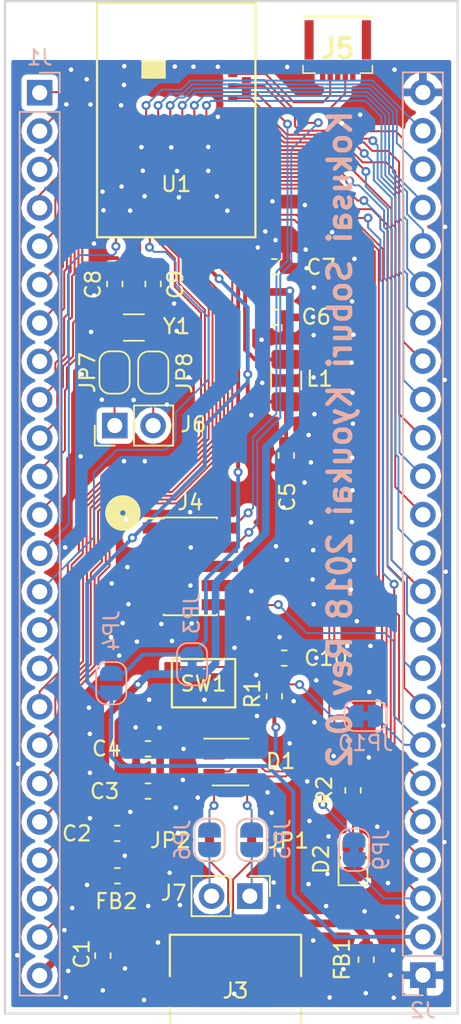
<source format=kicad_pcb>
(kicad_pcb (version 20171130) (host pcbnew "(5.0.1)-3")
  (layers (0 F.Cu signal) (31 B.Cu signal) (34 B.Paste user) (35 F.Paste user) (36 B.SilkS user) (37 F.SilkS user) (38 B.Mask user) (39 F.Mask user) (44 Edge.Cuts user))
  (net 0 "")
  (net 1 GND)
  (net 2 /DCCH)
  (net 3 /VDDH)
  (net 4 /VDD)
  (net 5 /D-)
  (net 6 /SWDCLK)
  (net 7 /SWDIO)
  (net 8 /P0.24)
  (net 9 /P0.22)
  (net 10 /P0.20)
  (net 11 /P0.17)
  (net 12 /P0.15)
  (net 13 /P0.13)
  (net 14 /D+)
  (net 15 /NFC2)
  (net 16 /NFC1)
  (net 17 /P1.02)
  (net 18 /P0.25)
  (net 19 /TD0)
  (net 20 /P0.23)
  (net 21 /P0.21)
  (net 22 /P0.19)
  (net 23 /RESET)
  (net 24 /P0.16)
  (net 25 /P0.14)
  (net 26 /AIN1)
  (net 27 /AIN0)
  (net 28 /AIN4)
  (net 29 /AIN5)
  (net 30 /AIN7)
  (net 31 /AIN6)
  (net 32 /TD1)
  (net 33 /TD2)
  (net 34 /TCLK)
  (net 35 /AIN3)
  (net 36 /TD3)
  (net 37 /AIN2)
  (net 38 /XL2)
  (net 39 /XL1)
  (net 40 /P0.27)
  (net 41 /P0.06)
  (net 42 /P0.08)
  (net 43 /P0.26)
  (net 44 /P1.08)
  (net 45 /P1.15)
  (net 46 /P1.13)
  (net 47 /P1.11)
  (net 48 /P1.14)
  (net 49 /P1.12)
  (net 50 /P1.10)
  (net 51 "Net-(FB1-Pad2)")
  (net 52 "Net-(J3-Pad4)")
  (net 53 /VBUS_nRF)
  (net 54 /P1.04)
  (net 55 /P1.06)
  (net 56 /P1.07)
  (net 57 /P1.05)
  (net 58 /P1.03)
  (net 59 /P1.01)
  (net 60 /DN)
  (net 61 /DP)
  (net 62 "Net-(D2-Pad2)")
  (net 63 /VBUS)
  (net 64 "Net-(J4-Pad6)")
  (net 65 "Net-(J4-Pad7)")
  (net 66 "Net-(J4-Pad8)")
  (net 67 /USBD+)
  (net 68 /USBD-)
  (net 69 "Net-(J5-Pad1)")
  (net 70 "Net-(J5-Pad3)")
  (net 71 "Net-(J5-Pad5)")
  (net 72 "Net-(J6-Pad1)")
  (net 73 "Net-(J6-Pad2)")
  (net 74 "Net-(J5-Pad6)")
  (net 75 "Net-(J5-Pad7)")
  (net 76 "Net-(JP9-Pad2)")
  (net 77 "Net-(C10-Pad1)")
  (module Jumper:SolderJumper-2_P1.3mm_Bridged_RoundedPad1.0x1.5mm (layer B.Cu) (at 123.2027 102.22738)
    (fp_text reference JP10 (at 0 1.8) (layer B.SilkS) (effects (justify mirror)))
    (fp_text value SolderJumper_2_Bridged)
    (pad 1 smd custom (at -0.65 0) (size 1 0.5) (layers B.Cu B.Mask) (net 77 "Net-(C10-Pad1)") (options (clearance outline) (anchor rect)) (primitives (gr_circle (center 0 -0.25) (end 0.5 -0.25) (width 0)) (gr_circle (center 0 0.25) (end 0.5 0.25) (width 0)) (gr_poly (pts (xy 0 0.75) (xy 0.5 0.75) (xy 0.5 -0.75) (xy 0 -0.75)) (width 0)) (gr_poly (pts (xy 0.9 0.3) (xy 0.4 0.3) (xy 0.4 -0.3) (xy 0.9 -0.3)) (width 0))))
    (pad 2 smd custom (at 0.65 0) (size 1 0.5) (layers B.Cu B.Mask) (net 23 /RESET) (options (clearance outline) (anchor rect)) (primitives (gr_circle (center 0 -0.25) (end 0.5 -0.25) (width 0)) (gr_circle (center 0 0.25) (end 0.5 0.25) (width 0)) (gr_poly (pts (xy 0 0.75) (xy -0.5 0.75) (xy -0.5 -0.75) (xy 0 -0.75)) (width 0))))
  )
  (module Jumper:SolderJumper-2_P1.3mm_Bridged_RoundedPad1.0x1.5mm (layer B.Cu) (at 122.44832 111.0869 90)
    (fp_text reference JP9 (at 0 1.8 90) (layer B.SilkS) (effects (justify mirror)))
    (fp_text value SolderJumper_2_Bridged)
    (pad 1 smd custom (at -0.65 0 90) (size 1 0.5) (layers B.Cu B.Mask) (net 25 /P0.14) (options (clearance outline) (anchor rect)) (primitives (gr_circle (center 0 -0.25) (end 0.5 -0.25) (width 0)) (gr_circle (center 0 0.25) (end 0.5 0.25) (width 0)) (gr_poly (pts (xy 0 0.75) (xy 0.5 0.75) (xy 0.5 -0.75) (xy 0 -0.75)) (width 0)) (gr_poly (pts (xy 0.9 0.3) (xy 0.4 0.3) (xy 0.4 -0.3) (xy 0.9 -0.3)) (width 0))))
    (pad 2 smd custom (at 0.65 0 90) (size 1 0.5) (layers B.Cu B.Mask) (net 76 "Net-(JP9-Pad2)") (options (clearance outline) (anchor rect)) (primitives (gr_circle (center 0 -0.25) (end 0.5 -0.25) (width 0)) (gr_circle (center 0 0.25) (end 0.5 0.25) (width 0)) (gr_poly (pts (xy 0 0.75) (xy -0.5 0.75) (xy -0.5 -0.75) (xy 0 -0.75)) (width 0))))
  )
  (module Jumper:SolderJumper-2_P1.3mm_Open_RoundedPad1.0x1.5mm (layer F.Cu) (at 106.563081 79.495779 90)
    (fp_text reference JP7 (at 0 -1.8 90) (layer F.SilkS))
    (fp_text value SolderJumper_2_Open)
    (pad 2 smd custom (at 0.65 0 90) (size 1 0.5) (layers F.Cu F.Mask) (net 39 /XL1) (options (clearance outline) (anchor rect)) (primitives (gr_circle (center 0 0.25) (end 0.5 0.25) (width 0)) (gr_circle (center 0 -0.25) (end 0.5 -0.25) (width 0)) (gr_poly (pts (xy 0 -0.75) (xy -0.5 -0.75) (xy -0.5 0.75) (xy 0 0.75)) (width 0))))
    (pad 1 smd custom (at -0.65 0 90) (size 1 0.5) (layers F.Cu F.Mask) (net 72 "Net-(J6-Pad1)") (options (clearance outline) (anchor rect)) (primitives (gr_circle (center 0 0.25) (end 0.5 0.25) (width 0)) (gr_circle (center 0 -0.25) (end 0.5 -0.25) (width 0)) (gr_poly (pts (xy 0 -0.75) (xy 0.5 -0.75) (xy 0.5 0.75) (xy 0 0.75)) (width 0))))
  )
  (module Capacitor_SMD:C_0603_1608Metric (layer F.Cu) (at 117.15496 75.8444)
    (fp_text reference C6 (at 2.77464 -0.03176) (layer F.SilkS))
    (fp_text value 4.7uF)
    (pad 2 smd roundrect (at 0.7875 0) (size 0.875 0.95) (layers F.Cu F.Paste F.Mask) (net 1 GND))
    (pad 1 smd roundrect (at -0.7875 0) (size 0.875 0.95) (layers F.Cu F.Paste F.Mask) (net 53 /VBUS_nRF))
  )
  (module Capacitor_SMD:C_0603_1608Metric (layer F.Cu) (at 117.15496 72.50176)
    (fp_text reference C7 (at 3.0988 0.01524) (layer F.SilkS))
    (fp_text value 4.7uF)
    (pad 1 smd roundrect (at -0.7875 0) (size 0.875 0.95) (layers F.Cu F.Paste F.Mask) (net 53 /VBUS_nRF))
    (pad 2 smd roundrect (at 0.7875 0) (size 0.875 0.95) (layers F.Cu F.Paste F.Mask) (net 1 GND))
  )
  (module Capacitor_SMD:C_0603_1608Metric (layer F.Cu) (at 117.81028 98.3996)
    (fp_text reference C10 (at 2.77114 -0.00508) (layer F.SilkS))
    (fp_text value 100nF)
    (pad 1 smd roundrect (at -0.7875 0) (size 0.875 0.95) (layers F.Cu F.Paste F.Mask) (net 77 "Net-(C10-Pad1)"))
    (pad 2 smd roundrect (at 0.7875 0) (size 0.875 0.95) (layers F.Cu F.Paste F.Mask) (net 1 GND))
  )
  (module Resistor_SMD:R_0603_1608Metric (layer F.Cu) (at 117.15496 100.92182 90)
    (fp_text reference R1 (at 0.16256 -1.4605 90) (layer F.SilkS))
    (fp_text value 10k)
    (pad 1 smd roundrect (at -0.7875 0 90) (size 0.875 0.95) (layers F.Cu F.Paste F.Mask) (net 4 /VDD))
    (pad 2 smd roundrect (at 0.7875 0 90) (size 0.875 0.95) (layers F.Cu F.Paste F.Mask) (net 77 "Net-(C10-Pad1)"))
  )
  (module Jumper:SolderJumper-2_P1.3mm_Open_RoundedPad1.0x1.5mm (layer F.Cu) (at 109.12856 79.502 90)
    (fp_text reference JP8 (at -0.03048 2.06756 90) (layer F.SilkS))
    (fp_text value SolderJumper_2_Open)
    (pad 1 smd custom (at -0.65 0 90) (size 1 0.5) (layers F.Cu F.Mask) (net 73 "Net-(J6-Pad2)") (options (clearance outline) (anchor rect)) (primitives (gr_circle (center 0 0.25) (end 0.5 0.25) (width 0)) (gr_circle (center 0 -0.25) (end 0.5 -0.25) (width 0)) (gr_poly (pts (xy 0 -0.75) (xy 0.5 -0.75) (xy 0.5 0.75) (xy 0 0.75)) (width 0))))
    (pad 2 smd custom (at 0.65 0 90) (size 1 0.5) (layers F.Cu F.Mask) (net 38 /XL2) (options (clearance outline) (anchor rect)) (primitives (gr_circle (center 0 0.25) (end 0.5 0.25) (width 0)) (gr_circle (center 0 -0.25) (end 0.5 -0.25) (width 0)) (gr_poly (pts (xy 0 -0.75) (xy -0.5 -0.75) (xy -0.5 0.75) (xy 0 0.75)) (width 0))))
  )
  (module Connector_PinHeader_2.54mm:PinHeader_1x02_P2.54mm_Vertical (layer F.Cu) (at 115.5319 114.1476 270)
    (fp_text reference J7 (at -0.21336 5.04698) (layer F.SilkS))
    (fp_text value Conn_01x02_Male)
    (pad 1 thru_hole rect (at 0 0 270) (size 1.7 1.7) (drill 1) (layers *.Cu *.Mask) (net 61 /DP))
    (pad 2 thru_hole oval (at 0 2.54 270) (size 1.7 1.7) (drill 1) (layers *.Cu *.Mask) (net 60 /DN))
  )
  (module Connector_PinHeader_2.54mm:PinHeader_1x24_P2.54mm_Vertical (layer B.Cu) (at 101.6 60.98 180)
    (fp_text reference J1 (at 0 2.33 180) (layer B.SilkS) (effects (justify mirror)))
    (fp_text value Conn_01x24_Male)
    (pad 24 thru_hole oval (at 0 -58.42 180) (size 1.7 1.7) (drill 1) (layers *.Cu *.Mask) (net 53 /VBUS_nRF))
    (pad 23 thru_hole oval (at 0 -55.88 180) (size 1.7 1.7) (drill 1) (layers *.Cu *.Mask) (net 32 /TD1))
    (pad 22 thru_hole oval (at 0 -53.34 180) (size 1.7 1.7) (drill 1) (layers *.Cu *.Mask) (net 33 /TD2))
    (pad 21 thru_hole oval (at 0 -50.8 180) (size 1.7 1.7) (drill 1) (layers *.Cu *.Mask) (net 36 /TD3))
    (pad 20 thru_hole oval (at 0 -48.26 180) (size 1.7 1.7) (drill 1) (layers *.Cu *.Mask) (net 44 /P1.08))
    (pad 19 thru_hole oval (at 0 -45.72 180) (size 1.7 1.7) (drill 1) (layers *.Cu *.Mask) (net 42 /P0.08))
    (pad 18 thru_hole oval (at 0 -43.18 180) (size 1.7 1.7) (drill 1) (layers *.Cu *.Mask) (net 34 /TCLK))
    (pad 17 thru_hole oval (at 0 -40.64 180) (size 1.7 1.7) (drill 1) (layers *.Cu *.Mask) (net 41 /P0.06))
    (pad 16 thru_hole oval (at 0 -38.1 180) (size 1.7 1.7) (drill 1) (layers *.Cu *.Mask) (net 35 /AIN3))
    (pad 15 thru_hole oval (at 0 -35.56 180) (size 1.7 1.7) (drill 1) (layers *.Cu *.Mask) (net 37 /AIN2))
    (pad 14 thru_hole oval (at 0 -33.02 180) (size 1.7 1.7) (drill 1) (layers *.Cu *.Mask) (net 43 /P0.26))
    (pad 13 thru_hole oval (at 0 -30.48 180) (size 1.7 1.7) (drill 1) (layers *.Cu *.Mask) (net 40 /P0.27))
    (pad 12 thru_hole oval (at 0 -27.94 180) (size 1.7 1.7) (drill 1) (layers *.Cu *.Mask) (net 31 /AIN6))
    (pad 11 thru_hole oval (at 0 -25.4 180) (size 1.7 1.7) (drill 1) (layers *.Cu *.Mask) (net 28 /AIN4))
    (pad 10 thru_hole oval (at 0 -22.86 180) (size 1.7 1.7) (drill 1) (layers *.Cu *.Mask) (net 30 /AIN7))
    (pad 9 thru_hole oval (at 0 -20.32 180) (size 1.7 1.7) (drill 1) (layers *.Cu *.Mask) (net 27 /AIN0))
    (pad 8 thru_hole oval (at 0 -17.78 180) (size 1.7 1.7) (drill 1) (layers *.Cu *.Mask) (net 29 /AIN5))
    (pad 7 thru_hole oval (at 0 -15.24 180) (size 1.7 1.7) (drill 1) (layers *.Cu *.Mask) (net 26 /AIN1))
    (pad 6 thru_hole oval (at 0 -12.7 180) (size 1.7 1.7) (drill 1) (layers *.Cu *.Mask) (net 45 /P1.15))
    (pad 5 thru_hole oval (at 0 -10.16 180) (size 1.7 1.7) (drill 1) (layers *.Cu *.Mask) (net 48 /P1.14))
    (pad 4 thru_hole oval (at 0 -7.62 180) (size 1.7 1.7) (drill 1) (layers *.Cu *.Mask) (net 46 /P1.13))
    (pad 3 thru_hole oval (at 0 -5.08 180) (size 1.7 1.7) (drill 1) (layers *.Cu *.Mask) (net 49 /P1.12))
    (pad 2 thru_hole oval (at 0 -2.54 180) (size 1.7 1.7) (drill 1) (layers *.Cu *.Mask) (net 47 /P1.11))
    (pad 1 thru_hole rect (at 0 0 180) (size 1.7 1.7) (drill 1) (layers *.Cu *.Mask) (net 50 /P1.10))
  )
  (module Connector_PinHeader_2.54mm:PinHeader_1x24_P2.54mm_Vertical (layer B.Cu) (at 127 119.38)
    (fp_text reference J2 (at 0 2.33) (layer B.SilkS) (effects (justify mirror)))
    (fp_text value Conn_01x24_Male)
    (pad 1 thru_hole rect (at 0 0) (size 1.7 1.7) (drill 1) (layers *.Cu *.Mask) (net 1 GND))
    (pad 2 thru_hole oval (at 0 -2.54) (size 1.7 1.7) (drill 1) (layers *.Cu *.Mask) (net 4 /VDD))
    (pad 3 thru_hole oval (at 0 -5.08) (size 1.7 1.7) (drill 1) (layers *.Cu *.Mask) (net 25 /P0.14))
    (pad 4 thru_hole oval (at 0 -7.62) (size 1.7 1.7) (drill 1) (layers *.Cu *.Mask) (net 13 /P0.13))
    (pad 5 thru_hole oval (at 0 -10.16) (size 1.7 1.7) (drill 1) (layers *.Cu *.Mask) (net 24 /P0.16))
    (pad 6 thru_hole oval (at 0 -12.7) (size 1.7 1.7) (drill 1) (layers *.Cu *.Mask) (net 12 /P0.15))
    (pad 7 thru_hole oval (at 0 -15.24) (size 1.7 1.7) (drill 1) (layers *.Cu *.Mask) (net 23 /RESET))
    (pad 8 thru_hole oval (at 0 -17.78) (size 1.7 1.7) (drill 1) (layers *.Cu *.Mask) (net 11 /P0.17))
    (pad 9 thru_hole oval (at 0 -20.32) (size 1.7 1.7) (drill 1) (layers *.Cu *.Mask) (net 22 /P0.19))
    (pad 10 thru_hole oval (at 0 -22.86) (size 1.7 1.7) (drill 1) (layers *.Cu *.Mask) (net 21 /P0.21))
    (pad 11 thru_hole oval (at 0 -25.4) (size 1.7 1.7) (drill 1) (layers *.Cu *.Mask) (net 10 /P0.20))
    (pad 12 thru_hole oval (at 0 -27.94) (size 1.7 1.7) (drill 1) (layers *.Cu *.Mask) (net 20 /P0.23))
    (pad 13 thru_hole oval (at 0 -30.48) (size 1.7 1.7) (drill 1) (layers *.Cu *.Mask) (net 9 /P0.22))
    (pad 14 thru_hole oval (at 0 -33.02) (size 1.7 1.7) (drill 1) (layers *.Cu *.Mask) (net 19 /TD0))
    (pad 15 thru_hole oval (at 0 -35.56) (size 1.7 1.7) (drill 1) (layers *.Cu *.Mask) (net 8 /P0.24))
    (pad 16 thru_hole oval (at 0 -38.1) (size 1.7 1.7) (drill 1) (layers *.Cu *.Mask) (net 18 /P0.25))
    (pad 17 thru_hole oval (at 0 -40.64) (size 1.7 1.7) (drill 1) (layers *.Cu *.Mask) (net 17 /P1.02))
    (pad 18 thru_hole oval (at 0 -43.18) (size 1.7 1.7) (drill 1) (layers *.Cu *.Mask) (net 59 /P1.01))
    (pad 19 thru_hole oval (at 0 -45.72) (size 1.7 1.7) (drill 1) (layers *.Cu *.Mask) (net 58 /P1.03))
    (pad 20 thru_hole oval (at 0 -48.26) (size 1.7 1.7) (drill 1) (layers *.Cu *.Mask) (net 57 /P1.05))
    (pad 21 thru_hole oval (at 0 -50.8) (size 1.7 1.7) (drill 1) (layers *.Cu *.Mask) (net 56 /P1.07))
    (pad 22 thru_hole oval (at 0 -53.34) (size 1.7 1.7) (drill 1) (layers *.Cu *.Mask) (net 55 /P1.06))
    (pad 23 thru_hole oval (at 0 -55.88) (size 1.7 1.7) (drill 1) (layers *.Cu *.Mask) (net 54 /P1.04))
    (pad 24 thru_hole oval (at 0 -58.42) (size 1.7 1.7) (drill 1) (layers *.Cu *.Mask) (net 1 GND))
  )
  (module Connector_PinHeader_2.54mm:PinHeader_1x02_P2.54mm_Vertical (layer F.Cu) (at 106.58094 83.0072 90)
    (fp_text reference J6 (at 0.08128 5.207 -180) (layer F.SilkS))
    (fp_text value Conn_01x02_Male)
    (pad 1 thru_hole rect (at 0 0 90) (size 1.7 1.7) (drill 1) (layers *.Cu *.Mask) (net 72 "Net-(J6-Pad1)"))
    (pad 2 thru_hole oval (at 0 2.54 90) (size 1.7 1.7) (drill 1) (layers *.Cu *.Mask) (net 73 "Net-(J6-Pad2)"))
  )
  (module SamacSys_Parts:0512810594 (layer F.Cu) (at 121.35612 58.05932 180)
    (fp_text reference J5 (at 0 0 180) (layer F.SilkS) (effects (font (size 1.27 1.27) (thickness 0.254))))
    (fp_text value Conn_01x05_Female hide)
    (pad 1 smd rect (at -1 -1.725 180) (size 0.35 0.8) (layers F.Cu F.Paste F.Mask) (net 69 "Net-(J5-Pad1)"))
    (pad 2 smd rect (at -0.5 -1.725 180) (size 0.35 0.8) (layers F.Cu F.Paste F.Mask) (net 16 /NFC1))
    (pad 3 smd rect (at 0 -1.725 180) (size 0.35 0.8) (layers F.Cu F.Paste F.Mask) (net 70 "Net-(J5-Pad3)"))
    (pad 4 smd rect (at 0.5 -1.725 180) (size 0.35 0.8) (layers F.Cu F.Paste F.Mask) (net 15 /NFC2))
    (pad 5 smd rect (at 1 -1.725 180) (size 0.35 0.8) (layers F.Cu F.Paste F.Mask) (net 71 "Net-(J5-Pad5)"))
    (pad 6 smd rect (at -1.9 0.575 180) (size 0.6 2.6) (layers F.Cu F.Paste F.Mask) (net 74 "Net-(J5-Pad6)"))
    (pad 7 smd rect (at 1.9 0.575 180) (size 0.6 2.6) (layers F.Cu F.Paste F.Mask) (net 75 "Net-(J5-Pad7)"))
  )
  (module Inductor_SMD:L_0603_1608Metric (layer F.Cu) (at 106.75246 112.80102)
    (fp_text reference FB2 (at -0.075 1.68948) (layer F.SilkS))
    (fp_text value BLM18AG121SN1D)
    (pad 2 smd roundrect (at 0.7875 0) (size 0.875 0.95) (layers F.Cu F.Paste F.Mask) (net 63 /VBUS))
    (pad 1 smd roundrect (at -0.7875 0) (size 0.875 0.95) (layers F.Cu F.Paste F.Mask) (net 53 /VBUS_nRF))
  )
  (module Inductor_SMD:L_0603_1608Metric (layer F.Cu) (at 123.23802 118.35092 90)
    (fp_text reference FB1 (at 0.01232 -1.59488 270) (layer F.SilkS))
    (fp_text value BLM18AG121SN1D)
    (pad 1 smd roundrect (at -0.7875 0 90) (size 0.875 0.95) (layers F.Cu F.Paste F.Mask) (net 1 GND))
    (pad 2 smd roundrect (at 0.7875 0 90) (size 0.875 0.95) (layers F.Cu F.Paste F.Mask) (net 51 "Net-(FB1-Pad2)"))
  )
  (module soburi-footprints:L_taiyo_yuden_2518Metric (layer F.Cu) (at 117.93728 80.02778 90)
    (fp_text reference L1 (at 0.11684 2.21234 180) (layer F.SilkS))
    (fp_text value LBC2518T100M)
    (pad 2 smd roundrect (at 1.4 0 90) (size 1.25 1.95) (layers F.Cu F.Paste F.Mask) (roundrect_rratio 0.2) (net 2 /DCCH))
    (pad 1 smd roundrect (at -1.4 0 90) (size 1.25 1.95) (layers F.Cu F.Paste F.Mask) (roundrect_rratio 0.2) (net 4 /VDD))
  )
  (module Crystal:Crystal_SMD_3215-2Pin_3.2x1.5mm (layer F.Cu) (at 107.84332 76.52004)
    (fp_text reference Y1 (at 2.82702 -0.08128) (layer F.SilkS))
    (fp_text value 32.768kHz)
    (pad 1 smd rect (at 1.25 0) (size 1 1.8) (layers F.Cu F.Paste F.Mask) (net 38 /XL2))
    (pad 2 smd rect (at -1.25 0) (size 1 1.8) (layers F.Cu F.Paste F.Mask) (net 39 /XL1))
  )
  (module soburi-footprints:SKRPACE010 (layer F.Cu) (at 112.46358 100.05822 180)
    (fp_text reference SW1 (at 0.007 -0.034 180) (layer F.SilkS))
    (fp_text value SW_DPST hide)
    (pad 1 smd rect (at -2.075 -1.075 180) (size 1.05 0.65) (layers F.Cu F.Paste F.Mask) (net 1 GND))
    (pad 3 smd rect (at 2.075 -1.075 180) (size 1.05 0.65) (layers F.Cu F.Paste F.Mask) (net 1 GND))
    (pad 2 smd rect (at -2.075 1.075 180) (size 1.05 0.65) (layers F.Cu F.Paste F.Mask) (net 77 "Net-(C10-Pad1)"))
    (pad 4 smd rect (at 2.075 1.075 180) (size 1.05 0.65) (layers F.Cu F.Paste F.Mask) (net 77 "Net-(C10-Pad1)"))
  )
  (module Connector_PinHeader_1.27mm:PinHeader_2x05_P1.27mm_Vertical_SMD (layer F.Cu) (at 111.58728 92.32646)
    (fp_text reference J4 (at 0 -4.235) (layer F.SilkS))
    (fp_text value Conn_02x05_Odd_Even)
    (pad 1 smd rect (at -1.95 -2.54) (size 2.4 0.74) (layers F.Cu F.Paste F.Mask) (net 4 /VDD))
    (pad 2 smd rect (at 1.95 -2.54) (size 2.4 0.74) (layers F.Cu F.Paste F.Mask) (net 7 /SWDIO))
    (pad 3 smd rect (at -1.95 -1.27) (size 2.4 0.74) (layers F.Cu F.Paste F.Mask) (net 1 GND))
    (pad 4 smd rect (at 1.95 -1.27) (size 2.4 0.74) (layers F.Cu F.Paste F.Mask) (net 6 /SWDCLK))
    (pad 5 smd rect (at -1.95 0) (size 2.4 0.74) (layers F.Cu F.Paste F.Mask) (net 1 GND))
    (pad 6 smd rect (at 1.95 0) (size 2.4 0.74) (layers F.Cu F.Paste F.Mask) (net 64 "Net-(J4-Pad6)"))
    (pad 7 smd rect (at -1.95 1.27) (size 2.4 0.74) (layers F.Cu F.Paste F.Mask) (net 65 "Net-(J4-Pad7)"))
    (pad 8 smd rect (at 1.95 1.27) (size 2.4 0.74) (layers F.Cu F.Paste F.Mask) (net 66 "Net-(J4-Pad8)"))
    (pad 9 smd rect (at -1.95 2.54) (size 2.4 0.74) (layers F.Cu F.Paste F.Mask) (net 1 GND))
    (pad 10 smd rect (at 1.95 2.54) (size 2.4 0.74) (layers F.Cu F.Paste F.Mask) (net 23 /RESET))
  )
  (module Capacitor_SMD:C_0603_1608Metric (layer F.Cu) (at 106.5784 73.63714 270)
    (fp_text reference C8 (at 0.04572 1.44526 90) (layer F.SilkS))
    (fp_text value 12pF)
    (pad 2 smd roundrect (at 0.7875 0 270) (size 0.875 0.95) (layers F.Cu F.Paste F.Mask) (net 1 GND))
    (pad 1 smd roundrect (at -0.7875 0 270) (size 0.875 0.95) (layers F.Cu F.Paste F.Mask) (net 39 /XL1))
  )
  (module Capacitor_SMD:C_0603_1608Metric (layer F.Cu) (at 109.1184 73.6346 270)
    (fp_text reference C9 (at 0.03048 -1.47574 90) (layer F.SilkS))
    (fp_text value 12pF)
    (pad 1 smd roundrect (at -0.7875 0 270) (size 0.875 0.95) (layers F.Cu F.Paste F.Mask) (net 38 /XL2))
    (pad 2 smd roundrect (at 0.7875 0 270) (size 0.875 0.95) (layers F.Cu F.Paste F.Mask) (net 1 GND))
  )
  (module Resistor_SMD:R_0603_1608Metric (layer F.Cu) (at 122.36838 107.15334 90)
    (fp_text reference R2 (at 0.00254 -1.89992 270) (layer F.SilkS))
    (fp_text value R)
    (pad 1 smd roundrect (at -0.7875 0 90) (size 0.875 0.95) (layers F.Cu F.Paste F.Mask) (net 62 "Net-(D2-Pad2)"))
    (pad 2 smd roundrect (at 0.7875 0 90) (size 0.875 0.95) (layers F.Cu F.Paste F.Mask) (net 76 "Net-(JP9-Pad2)"))
  )
  (module LED_SMD:LED_0805_2012Metric (layer F.Cu) (at 122.36838 111.74566 90)
    (fp_text reference D2 (at 0.03302 -2.10566 270) (layer F.SilkS))
    (fp_text value LED)
    (pad 1 smd roundrect (at -0.9375 0 90) (size 0.975 1.4) (layers F.Cu F.Paste F.Mask) (net 1 GND))
    (pad 2 smd roundrect (at 0.9375 0 90) (size 0.975 1.4) (layers F.Cu F.Paste F.Mask) (net 62 "Net-(D2-Pad2)"))
  )
  (module Capacitor_SMD:C_0603_1608Metric (layer F.Cu) (at 108.78058 107.19797 180)
    (fp_text reference C3 (at 2.87528 -0.01035 180) (layer F.SilkS))
    (fp_text value 4.7uF)
    (pad 1 smd roundrect (at -0.7875 0 180) (size 0.875 0.95) (layers F.Cu F.Paste F.Mask) (net 63 /VBUS))
    (pad 2 smd roundrect (at 0.7875 0 180) (size 0.875 0.95) (layers F.Cu F.Paste F.Mask) (net 1 GND))
  )
  (module Capacitor_SMD:C_0603_1608Metric (layer F.Cu) (at 108.78058 104.396445 180)
    (fp_text reference C4 (at 2.74066 0.00508 180) (layer F.SilkS))
    (fp_text value 100nF)
    (pad 2 smd roundrect (at 0.7875 0 180) (size 0.875 0.95) (layers F.Cu F.Paste F.Mask) (net 1 GND))
    (pad 1 smd roundrect (at -0.7875 0 180) (size 0.875 0.95) (layers F.Cu F.Paste F.Mask) (net 63 /VBUS))
  )
  (module Capacitor_SMD:C_0603_1608Metric (layer F.Cu) (at 105.7898 118.08804 270)
    (fp_text reference C1 (at -0.1025 1.39834 90) (layer F.SilkS))
    (fp_text value 10nF)
    (pad 2 smd roundrect (at 0.7875 0 270) (size 0.875 0.95) (layers F.Cu F.Paste F.Mask) (net 1 GND))
    (pad 1 smd roundrect (at -0.7875 0 270) (size 0.875 0.95) (layers F.Cu F.Paste F.Mask) (net 63 /VBUS))
  )
  (module Capacitor_SMD:C_0603_1608Metric (layer F.Cu) (at 106.74096 109.999495)
    (fp_text reference C2 (at -2.68224 0.00762) (layer F.SilkS))
    (fp_text value 100nF)
    (pad 1 smd roundrect (at -0.7875 0) (size 0.875 0.95) (layers F.Cu F.Paste F.Mask) (net 53 /VBUS_nRF))
    (pad 2 smd roundrect (at 0.7875 0) (size 0.875 0.95) (layers F.Cu F.Paste F.Mask) (net 1 GND))
  )
  (module Capacitor_SMD:C_0603_1608Metric (layer F.Cu) (at 117.94744 84.9884 270)
    (fp_text reference C5 (at 2.74828 -0.06604 270) (layer F.SilkS))
    (fp_text value 4.7uF)
    (pad 2 smd roundrect (at 0.7875 0 270) (size 0.875 0.95) (layers F.Cu F.Paste F.Mask) (net 1 GND))
    (pad 1 smd roundrect (at -0.7875 0 270) (size 0.875 0.95) (layers F.Cu F.Paste F.Mask) (net 4 /VDD))
  )
  (module Jumper:SolderJumper-2_P1.3mm_Open_RoundedPad1.0x1.5mm (layer B.Cu) (at 112.85752 110.42866 270)
    (fp_text reference JP6 (at 0 1.8 270) (layer B.SilkS) (effects (justify mirror)))
    (fp_text value SolderJumper_2_Open)
    (pad 2 smd custom (at 0.65 0 270) (size 1 0.5) (layers B.Cu B.Mask) (net 60 /DN) (options (clearance outline) (anchor rect)) (primitives (gr_circle (center 0 -0.25) (end 0.5 -0.25) (width 0)) (gr_circle (center 0 0.25) (end 0.5 0.25) (width 0)) (gr_poly (pts (xy 0 0.75) (xy -0.5 0.75) (xy -0.5 -0.75) (xy 0 -0.75)) (width 0))))
    (pad 1 smd custom (at -0.65 0 270) (size 1 0.5) (layers B.Cu B.Mask) (net 5 /D-) (options (clearance outline) (anchor rect)) (primitives (gr_circle (center 0 -0.25) (end 0.5 -0.25) (width 0)) (gr_circle (center 0 0.25) (end 0.5 0.25) (width 0)) (gr_poly (pts (xy 0 0.75) (xy 0.5 0.75) (xy 0.5 -0.75) (xy 0 -0.75)) (width 0))))
  )
  (module Jumper:SolderJumper-2_P1.3mm_Open_RoundedPad1.0x1.5mm (layer B.Cu) (at 115.65152 110.42866 270)
    (fp_text reference JP5 (at -0.04698 -2.05088 270) (layer B.SilkS) (effects (justify mirror)))
    (fp_text value SolderJumper_2_Open)
    (pad 1 smd custom (at -0.65 0 270) (size 1 0.5) (layers B.Cu B.Mask) (net 14 /D+) (options (clearance outline) (anchor rect)) (primitives (gr_circle (center 0 -0.25) (end 0.5 -0.25) (width 0)) (gr_circle (center 0 0.25) (end 0.5 0.25) (width 0)) (gr_poly (pts (xy 0 0.75) (xy 0.5 0.75) (xy 0.5 -0.75) (xy 0 -0.75)) (width 0))))
    (pad 2 smd custom (at 0.65 0 270) (size 1 0.5) (layers B.Cu B.Mask) (net 61 /DP) (options (clearance outline) (anchor rect)) (primitives (gr_circle (center 0 -0.25) (end 0.5 -0.25) (width 0)) (gr_circle (center 0 0.25) (end 0.5 0.25) (width 0)) (gr_poly (pts (xy 0 0.75) (xy -0.5 0.75) (xy -0.5 -0.75) (xy 0 -0.75)) (width 0))))
  )
  (module soburi-footprints:zx62-b-5pa (layer F.Cu) (at 114.5794 120.40554)
    (fp_text reference J3 (at 0 0 180) (layer F.SilkS))
    (fp_text value USB_B_Micro hide)
    (pad 6 smd rect (at 4 0.09) (size 1.8 1.9) (layers F.Cu F.Paste F.Mask) (net 1 GND))
    (pad 6 smd rect (at -4 0.09) (size 1.8 1.9) (layers F.Cu F.Paste F.Mask) (net 1 GND))
    (pad 6 smd trapezoid (at 3.1 -2.55) (size 2.1 1.6) (layers F.Cu F.Paste F.Mask) (net 1 GND))
    (pad 6 smd rect (at -3.1 -2.55) (size 2.1 1.6) (layers F.Cu F.Paste F.Mask) (net 1 GND))
    (pad 5 smd rect (at 1.3 -2.675 90) (size 1.35 0.4) (layers F.Cu F.Paste F.Mask) (net 51 "Net-(FB1-Pad2)"))
    (pad 4 smd rect (at 0.65 -2.675 90) (size 1.35 0.4) (layers F.Cu F.Paste F.Mask) (net 52 "Net-(J3-Pad4)"))
    (pad 3 smd rect (at 0 -2.675 90) (size 1.35 0.4) (layers F.Cu F.Paste F.Mask) (net 67 /USBD+))
    (pad 2 smd rect (at -0.65 -2.675 90) (size 1.35 0.4) (layers F.Cu F.Paste F.Mask) (net 68 /USBD-))
    (pad 1 smd rect (at -1.3 -2.675 90) (size 1.35 0.4) (layers F.Cu F.Paste F.Mask) (net 63 /VBUS) (clearance 0.127))
  )
  (module Jumper:SolderJumper-2_P1.3mm_Bridged_RoundedPad1.0x1.5mm (layer B.Cu) (at 111.70412 98.80346 90)
    (fp_text reference JP3 (at 3.34494 -0.01994 90) (layer B.SilkS) (effects (justify mirror)))
    (fp_text value SolderJumper_2_Bridged)
    (pad 1 smd custom (at -0.65 0 90) (size 1 0.5) (layers B.Cu B.Mask) (net 53 /VBUS_nRF) (options (clearance outline) (anchor rect)) (primitives (gr_circle (center 0 -0.25) (end 0.5 -0.25) (width 0)) (gr_circle (center 0 0.25) (end 0.5 0.25) (width 0)) (gr_poly (pts (xy 0 0.75) (xy 0.5 0.75) (xy 0.5 -0.75) (xy 0 -0.75)) (width 0)) (gr_poly (pts (xy 0.9 0.3) (xy 0.4 0.3) (xy 0.4 -0.3) (xy 0.9 -0.3)) (width 0))))
    (pad 2 smd custom (at 0.65 0 90) (size 1 0.5) (layers B.Cu B.Mask) (net 3 /VDDH) (options (clearance outline) (anchor rect)) (primitives (gr_circle (center 0 -0.25) (end 0.5 -0.25) (width 0)) (gr_circle (center 0 0.25) (end 0.5 0.25) (width 0)) (gr_poly (pts (xy 0 0.75) (xy -0.5 0.75) (xy -0.5 -0.75) (xy 0 -0.75)) (width 0))))
  )
  (module Jumper:SolderJumper-2_P1.3mm_Bridged_RoundedPad1.0x1.5mm (layer F.Cu) (at 112.85752 110.42286 90)
    (fp_text reference JP2 (at -0.03412 -2.59104 180) (layer F.SilkS))
    (fp_text value SolderJumper_2_Bridged)
    (pad 2 smd custom (at 0.65 0 90) (size 1 0.5) (layers F.Cu F.Mask) (net 5 /D-) (options (clearance outline) (anchor rect)) (primitives (gr_circle (center 0 0.25) (end 0.5 0.25) (width 0)) (gr_circle (center 0 -0.25) (end 0.5 -0.25) (width 0)) (gr_poly (pts (xy 0 -0.75) (xy -0.5 -0.75) (xy -0.5 0.75) (xy 0 0.75)) (width 0))))
    (pad 1 smd custom (at -0.65 0 90) (size 1 0.5) (layers F.Cu F.Mask) (net 68 /USBD-) (options (clearance outline) (anchor rect)) (primitives (gr_circle (center 0 0.25) (end 0.5 0.25) (width 0)) (gr_circle (center 0 -0.25) (end 0.5 -0.25) (width 0)) (gr_poly (pts (xy 0 -0.75) (xy 0.5 -0.75) (xy 0.5 0.75) (xy 0 0.75)) (width 0)) (gr_poly (pts (xy 0.9 -0.3) (xy 0.4 -0.3) (xy 0.4 0.3) (xy 0.9 0.3)) (width 0))))
  )
  (module Jumper:SolderJumper-2_P1.3mm_Bridged_RoundedPad1.0x1.5mm (layer F.Cu) (at 115.65152 110.42286 90)
    (fp_text reference JP1 (at -0.05698 2.43816 180) (layer F.SilkS))
    (fp_text value SolderJumper_2_Bridged)
    (pad 1 smd custom (at -0.65 0 90) (size 1 0.5) (layers F.Cu F.Mask) (net 67 /USBD+) (options (clearance outline) (anchor rect)) (primitives (gr_circle (center 0 0.25) (end 0.5 0.25) (width 0)) (gr_circle (center 0 -0.25) (end 0.5 -0.25) (width 0)) (gr_poly (pts (xy 0 -0.75) (xy 0.5 -0.75) (xy 0.5 0.75) (xy 0 0.75)) (width 0)) (gr_poly (pts (xy 0.9 -0.3) (xy 0.4 -0.3) (xy 0.4 0.3) (xy 0.9 0.3)) (width 0))))
    (pad 2 smd custom (at 0.65 0 90) (size 1 0.5) (layers F.Cu F.Mask) (net 14 /D+) (options (clearance outline) (anchor rect)) (primitives (gr_circle (center 0 0.25) (end 0.5 0.25) (width 0)) (gr_circle (center 0 -0.25) (end 0.5 -0.25) (width 0)) (gr_poly (pts (xy 0 -0.75) (xy -0.5 -0.75) (xy -0.5 0.75) (xy 0 0.75)) (width 0))))
  )
  (module Jumper:SolderJumper-2_P1.3mm_Open_RoundedPad1.0x1.5mm (layer B.Cu) (at 106.34472 100.05568 90)
    (fp_text reference JP4 (at 3.4694 0.0207 90) (layer B.SilkS) (effects (justify mirror)))
    (fp_text value SolderJumper_2_Open)
    (pad 1 smd custom (at -0.65 0 90) (size 1 0.5) (layers B.Cu B.Mask) (net 4 /VDD) (options (clearance outline) (anchor rect)) (primitives (gr_circle (center 0 -0.25) (end 0.5 -0.25) (width 0)) (gr_circle (center 0 0.25) (end 0.5 0.25) (width 0)) (gr_poly (pts (xy 0 0.75) (xy 0.5 0.75) (xy 0.5 -0.75) (xy 0 -0.75)) (width 0))))
    (pad 2 smd custom (at 0.65 0 90) (size 1 0.5) (layers B.Cu B.Mask) (net 3 /VDDH) (options (clearance outline) (anchor rect)) (primitives (gr_circle (center 0 -0.25) (end 0.5 -0.25) (width 0)) (gr_circle (center 0 0.25) (end 0.5 0.25) (width 0)) (gr_poly (pts (xy 0 0.75) (xy -0.5 0.75) (xy -0.5 -0.75) (xy 0 -0.75)) (width 0))))
  )
  (module Package_TO_SOT_SMD:SOT-143 (layer F.Cu) (at 114.25452 105.27754)
    (fp_text reference D1 (at 3.31978 -0.05842) (layer F.SilkS))
    (fp_text value PRTR5V0U2X)
    (pad 1 smd rect (at -1.1 -0.77 270) (size 1.2 1.4) (layers F.Cu F.Paste F.Mask) (net 1 GND))
    (pad 2 smd rect (at -1.1 0.95 270) (size 1 1.4) (layers F.Cu F.Paste F.Mask) (net 5 /D-))
    (pad 3 smd rect (at 1.1 0.95 270) (size 1 1.4) (layers F.Cu F.Paste F.Mask) (net 14 /D+))
    (pad 4 smd rect (at 1.1 -0.95 270) (size 1 1.4) (layers F.Cu F.Paste F.Mask) (net 63 /VBUS))
  )
  (module kicadlib:MDBT50Q (layer F.Cu) (at 105.40146 70.54466)
    (fp_text reference U1 (at 5.24856 -3.51406) (layer F.SilkS))
    (fp_text value MDBT50Q)
    (pad 15 smd rect (at 0.45 -0.6 90) (size 0.6 0.4) (layers F.Cu F.Paste F.Mask) (net 1 GND) (clearance 0.1))
    (pad 16 smd rect (at 1.25 -0.6 90) (size 0.6 0.4) (layers F.Cu F.Paste F.Mask) (net 40 /P0.27) (clearance 0.1))
    (pad 17 smd rect (at 2.05 -0.6 90) (size 0.6 0.4) (layers F.Cu F.Paste F.Mask) (net 39 /XL1) (clearance 0.1))
    (pad 18 smd rect (at 2.85 -0.6 90) (size 0.6 0.4) (layers F.Cu F.Paste F.Mask) (net 38 /XL2) (clearance 0.1))
    (pad 20 smd rect (at 3.65 -0.6 90) (size 0.6 0.4) (layers F.Cu F.Paste F.Mask) (net 37 /AIN2) (clearance 0.1))
    (pad 22 smd rect (at 4.45 -0.6 90) (size 0.6 0.4) (layers F.Cu F.Paste F.Mask) (net 41 /P0.06) (clearance 0.1))
    (pad 24 smd rect (at 5.25 -0.6 90) (size 0.6 0.4) (layers F.Cu F.Paste F.Mask) (net 42 /P0.08) (clearance 0.1))
    (pad 26 smd rect (at 6.05 -0.6 90) (size 0.6 0.4) (layers F.Cu F.Paste F.Mask) (net 36 /TD3) (clearance 0.1))
    (pad 28 smd rect (at 6.85 -0.6 90) (size 0.6 0.4) (layers F.Cu F.Paste F.Mask) (net 4 /VDD) (clearance 0.1))
    (pad 30 smd rect (at 7.65 -0.6 90) (size 0.6 0.4) (layers F.Cu F.Paste F.Mask) (net 3 /VDDH) (clearance 0.1))
    (pad 31 smd rect (at 8.45 -0.6 90) (size 0.6 0.4) (layers F.Cu F.Paste F.Mask) (net 2 /DCCH) (clearance 0.1))
    (pad 32 smd rect (at 9.25 -0.6 90) (size 0.6 0.4) (layers F.Cu F.Paste F.Mask) (net 53 /VBUS_nRF) (clearance 0.1))
    (pad 33 smd rect (at 10.05 -0.6 90) (size 0.6 0.4) (layers F.Cu F.Paste F.Mask) (net 1 GND) (clearance 0.1))
    (pad 19 smd rect (at 3.25 -1.5 90) (size 0.6 0.4) (layers F.Cu F.Paste F.Mask) (net 43 /P0.26) (clearance 0.1))
    (pad 21 smd rect (at 4.05 -1.5 90) (size 0.6 0.4) (layers F.Cu F.Paste F.Mask) (net 35 /AIN3) (clearance 0.1))
    (pad 23 smd rect (at 4.85 -1.5 90) (size 0.6 0.4) (layers F.Cu F.Paste F.Mask) (net 34 /TCLK) (clearance 0.1))
    (pad 25 smd rect (at 5.65 -1.5 90) (size 0.6 0.4) (layers F.Cu F.Paste F.Mask) (net 44 /P1.08) (clearance 0.1))
    (pad 27 smd rect (at 6.45 -1.5 90) (size 0.6 0.4) (layers F.Cu F.Paste F.Mask) (net 33 /TD2) (clearance 0.1))
    (pad 29 smd rect (at 7.25 -1.5 90) (size 0.6 0.4) (layers F.Cu F.Paste F.Mask) (net 32 /TD1) (clearance 0.1))
    (pad 14 smd rect (at 0.6 -4) (size 0.6 0.4) (layers F.Cu F.Paste F.Mask) (net 31 /AIN6) (clearance 0.1))
    (pad 12 smd rect (at 0.6 -4.8) (size 0.6 0.4) (layers F.Cu F.Paste F.Mask) (net 30 /AIN7) (clearance 0.1))
    (pad 10 smd rect (at 0.6 -5.6) (size 0.6 0.4) (layers F.Cu F.Paste F.Mask) (net 29 /AIN5) (clearance 0.1))
    (pad 8 smd rect (at 0.6 -6.4) (size 0.6 0.4) (layers F.Cu F.Paste F.Mask) (net 45 /P1.15) (clearance 0.1))
    (pad 6 smd rect (at 0.6 -7.2) (size 0.6 0.4) (layers F.Cu F.Paste F.Mask) (net 46 /P1.13) (clearance 0.1))
    (pad 4 smd rect (at 0.6 -8) (size 0.6 0.4) (layers F.Cu F.Paste F.Mask) (net 47 /P1.11) (clearance 0.1))
    (pad 13 smd rect (at 1.5 -4.4) (size 0.6 0.4) (layers F.Cu F.Paste F.Mask) (net 28 /AIN4) (clearance 0.1))
    (pad 11 smd rect (at 1.5 -5.2) (size 0.6 0.4) (layers F.Cu F.Paste F.Mask) (net 27 /AIN0) (clearance 0.1))
    (pad 9 smd rect (at 1.5 -6) (size 0.6 0.4) (layers F.Cu F.Paste F.Mask) (net 26 /AIN1) (clearance 0.1))
    (pad 7 smd rect (at 1.5 -6.8) (size 0.6 0.4) (layers F.Cu F.Paste F.Mask) (net 48 /P1.14) (clearance 0.1))
    (pad 5 smd rect (at 1.5 -7.6) (size 0.6 0.4) (layers F.Cu F.Paste F.Mask) (net 49 /P1.12) (clearance 0.1))
    (pad 36 smd rect (at 9 -2.8) (size 0.6 0.4) (layers F.Cu F.Paste F.Mask) (net 25 /P0.14) (clearance 0.1))
    (pad 38 smd rect (at 9 -3.6) (size 0.6 0.4) (layers F.Cu F.Paste F.Mask) (net 24 /P0.16) (clearance 0.1))
    (pad 40 smd rect (at 9 -4.4) (size 0.6 0.4) (layers F.Cu F.Paste F.Mask) (net 23 /RESET) (clearance 0.1))
    (pad 42 smd rect (at 9 -5.2) (size 0.6 0.4) (layers F.Cu F.Paste F.Mask) (net 22 /P0.19) (clearance 0.1))
    (pad 43 smd rect (at 9 -6) (size 0.6 0.4) (layers F.Cu F.Paste F.Mask) (net 21 /P0.21) (clearance 0.1))
    (pad 45 smd rect (at 9 -6.8) (size 0.6 0.4) (layers F.Cu F.Paste F.Mask) (net 20 /P0.23) (clearance 0.1))
    (pad 47 smd rect (at 9 -7.6) (size 0.6 0.4) (layers F.Cu F.Paste F.Mask) (net 19 /TD0) (clearance 0.1))
    (pad 49 smd rect (at 9 -8.4) (size 0.6 0.4) (layers F.Cu F.Paste F.Mask) (net 18 /P0.25) (clearance 0.1))
    (pad 50 smd rect (at 9 -9.2) (size 0.6 0.4) (layers F.Cu F.Paste F.Mask) (net 17 /P1.02) (clearance 0.1))
    (pad 52 smd rect (at 9 -10) (size 0.6 0.4) (layers F.Cu F.Paste F.Mask) (net 16 /NFC1) (clearance 0.1))
    (pad 54 smd rect (at 9 -10.8) (size 0.6 0.4) (layers F.Cu F.Paste F.Mask) (net 15 /NFC2) (clearance 0.1))
    (pad 35 smd rect (at 9.9 -2.4) (size 0.6 0.4) (layers F.Cu F.Paste F.Mask) (net 14 /D+) (clearance 0.1))
    (pad 37 smd rect (at 9.9 -3.2) (size 0.6 0.4) (layers F.Cu F.Paste F.Mask) (net 13 /P0.13) (clearance 0.1))
    (pad 39 smd rect (at 9.9 -4) (size 0.6 0.4) (layers F.Cu F.Paste F.Mask) (net 12 /P0.15) (clearance 0.1))
    (pad 41 smd rect (at 9.9 -4.8) (size 0.6 0.4) (layers F.Cu F.Paste F.Mask) (net 11 /P0.17) (clearance 0.1))
    (pad 44 smd rect (at 9.9 -6.4) (size 0.6 0.4) (layers F.Cu F.Paste F.Mask) (net 10 /P0.20) (clearance 0.1))
    (pad 46 smd rect (at 9.9 -7.2) (size 0.6 0.4) (layers F.Cu F.Paste F.Mask) (net 9 /P0.22) (clearance 0.1))
    (pad 48 smd rect (at 9.9 -8) (size 0.6 0.4) (layers F.Cu F.Paste F.Mask) (net 8 /P0.24) (clearance 0.1))
    (pad 51 smd rect (at 9.9 -9.6) (size 0.6 0.4) (layers F.Cu F.Paste F.Mask) (net 7 /SWDIO) (clearance 0.1))
    (pad 53 smd rect (at 9.9 -10.4) (size 0.6 0.4) (layers F.Cu F.Paste F.Mask) (net 6 /SWDCLK) (clearance 0.1))
    (pad 55 smd rect (at 9.9 -11.5) (size 0.6 0.4) (layers F.Cu F.Paste F.Mask) (net 1 GND) (clearance 0.1))
    (pad 3 smd rect (at 0.6 -9.6) (size 0.6 0.4) (layers F.Cu F.Paste F.Mask) (net 50 /P1.10) (clearance 0.1))
    (pad 2 smd rect (at 0.6 -10.4) (size 0.6 0.4) (layers F.Cu F.Paste F.Mask) (net 1 GND) (clearance 0.1))
    (pad 1 smd rect (at 0.6 -11.5) (size 0.6 0.4) (layers F.Cu F.Paste F.Mask) (net 1 GND) (clearance 0.1))
    (pad 56 smd rect (at 3.25 -7.2 90) (size 0.6 0.4) (layers F.Cu F.Paste F.Mask) (net 54 /P1.04) (clearance 0.1))
    (pad 57 smd rect (at 4.05 -7.2 90) (size 0.6 0.4) (layers F.Cu F.Paste F.Mask) (net 55 /P1.06) (clearance 0.1))
    (pad 58 smd rect (at 4.85 -7.2 90) (size 0.6 0.4) (layers F.Cu F.Paste F.Mask) (net 56 /P1.07) (clearance 0.1))
    (pad 59 smd rect (at 5.65 -7.2 90) (size 0.6 0.4) (layers F.Cu F.Paste F.Mask) (net 57 /P1.05) (clearance 0.1))
    (pad 60 smd rect (at 6.45 -7.2 90) (size 0.6 0.4) (layers F.Cu F.Paste F.Mask) (net 58 /P1.03) (clearance 0.1))
    (pad 61 smd rect (at 7.25 -7.2 90) (size 0.6 0.4) (layers F.Cu F.Paste F.Mask) (net 59 /P1.01) (clearance 0.1))
    (pad 34 smd rect (at 9.9 -1.6 180) (size 0.6 0.4) (layers F.Cu F.Paste F.Mask) (net 5 /D-) (clearance 0.1))
  )
  (gr_circle (center 107.11434 88.79332) (end 107.290628 88.79332) (layer F.SilkS) (width 1))
  (gr_text "Kokusai Soburi Kyoukai 2018 Rev 0.2" (at 121.49582 83.92414 90) (layer B.SilkS) (effects (font (size 1.5 1.5) (thickness 0.3)) (justify mirror)))
  (gr_line (start 99.3 121.92) (end 99.3 54.92) (layer Edge.Cuts) (width 0.15))
  (gr_line (start 129.3 121.92) (end 99.3 121.92) (layer Edge.Cuts) (width 0.15))
  (gr_line (start 129.3 54.92) (end 129.3 121.92) (layer Edge.Cuts) (width 0.15))
  (gr_line (start 99.3 54.92) (end 129.3 54.92) (layer Edge.Cuts) (width 0.15))
  (segment (start 126.023 119.38) (end 127 119.38) (width 0.127) (layer F.Cu) (net 1))
  (segment (start 113.3674 104.38054) (end 111.4274 104.38054) (width 0.127) (layer F.Cu) (net 1))
  (segment (start 111.4274 104.38054) (end 111.4194 104.38854) (width 0.127) (layer F.Cu) (net 1))
  (segment (start 110.5794 120.61554) (end 114.49438 120.61554) (width 0.127) (layer F.Cu) (net 1))
  (segment (start 117.6794 119.71554) (end 118.5794 120.61554) (width 0.127) (layer F.Cu) (net 1))
  (segment (start 106.00146 59.04466) (end 106.00146 60.14466) (width 0.127) (layer F.Cu) (net 1))
  (segment (start 107.7711 61.8143) (end 107.7711 67.33112) (width 0.127) (layer F.Cu) (net 1))
  (segment (start 107.7711 67.33112) (end 105.85146 69.25076) (width 0.127) (layer F.Cu) (net 1))
  (segment (start 112.83792 67.33112) (end 113.34852 67.84172) (width 0.127) (layer F.Cu) (net 1))
  (segment (start 107.7711 67.33112) (end 112.83792 67.33112) (width 0.127) (layer F.Cu) (net 1))
  (segment (start 126.99592 119.37592) (end 127 119.38) (width 0.127) (layer F.Cu) (net 1))
  (segment (start 123.23802 119.37592) (end 124.84608 119.37592) (width 0.127) (layer F.Cu) (net 1))
  (segment (start 106.42846 60.14466) (end 106.43186 60.14806) (width 0.127) (layer F.Cu) (net 1))
  (segment (start 106.00146 60.14466) (end 106.42846 60.14466) (width 0.127) (layer F.Cu) (net 1))
  (segment (start 106.43186 60.14806) (end 107.1869 60.46308) (width 0.127) (layer F.Cu) (net 1))
  (segment (start 107.1869 60.46308) (end 107.1869 61.2301) (width 0.127) (layer F.Cu) (net 1))
  (segment (start 106.87188 60.14806) (end 107.1869 60.46308) (width 0.127) (layer F.Cu) (net 1))
  (segment (start 107.1869 61.2301) (end 107.7711 61.8143) (width 0.127) (layer F.Cu) (net 1))
  (via (at 109.44074 117.21554) (size 0.6) (drill 0.3) (layers F.Cu B.Cu) (net 1))
  (via (at 108.52126 121.023) (size 0.6) (drill 0.3) (layers F.Cu B.Cu) (net 1))
  (via (at 103.33204 120.8452) (size 0.6) (drill 0.3) (layers F.Cu B.Cu) (net 1))
  (via (at 125.06936 120.87314) (size 0.6) (drill 0.3) (layers F.Cu B.Cu) (net 1))
  (via (at 119.7356 117.08638) (size 0.6) (drill 0.3) (layers F.Cu B.Cu) (net 1))
  (via (at 120.81994 120.8579) (size 0.6) (drill 0.3) (layers F.Cu B.Cu) (net 1))
  (via (at 107.59832 68.7866) (size 0.6) (drill 0.3) (layers F.Cu B.Cu) (net 1))
  (via (at 113.34852 67.84172) (size 0.6) (drill 0.3) (layers F.Cu B.Cu) (net 1))
  (via (at 108.34254 64.58036) (size 0.6) (drill 0.3) (layers F.Cu B.Cu) (net 1))
  (via (at 110.3212 64.60068) (size 0.6) (drill 0.3) (layers F.Cu B.Cu) (net 1))
  (via (at 112.77484 64.56766) (size 0.6) (drill 0.3) (layers F.Cu B.Cu) (net 1))
  (via (at 112.77484 66.15262) (size 0.6) (drill 0.3) (layers F.Cu B.Cu) (net 1))
  (via (at 110.70474 66.16278) (size 0.6) (drill 0.3) (layers F.Cu B.Cu) (net 1))
  (via (at 108.43652 66.14246) (size 0.6) (drill 0.3) (layers F.Cu B.Cu) (net 1))
  (via (at 108.55082 67.83156) (size 0.6) (drill 0.3) (layers F.Cu B.Cu) (net 1))
  (via (at 110.8292 67.90268) (size 0.6) (drill 0.3) (layers F.Cu B.Cu) (net 1))
  (via (at 110.77194 109.9566) (size 0.6) (drill 0.3) (layers F.Cu B.Cu) (net 1))
  (via (at 110.89894 114.74196) (size 0.6) (drill 0.3) (layers F.Cu B.Cu) (net 1))
  (via (at 128.4755 69.85724) (size 0.6) (drill 0.3) (layers F.Cu B.Cu) (net 1))
  (via (at 128.4501 79.98422) (size 0.6) (drill 0.3) (layers F.Cu B.Cu) (net 1))
  (via (at 128.51106 92.6766) (size 0.6) (drill 0.3) (layers F.Cu B.Cu) (net 1))
  (via (at 128.35358 102.86962) (size 0.6) (drill 0.3) (layers F.Cu B.Cu) (net 1))
  (via (at 128.4247 110.57344) (size 0.6) (drill 0.3) (layers F.Cu B.Cu) (net 1))
  (via (at 100.11894 118.0639) (size 0.6) (drill 0.3) (layers F.Cu B.Cu) (net 1))
  (via (at 100.18244 105.3893) (size 0.6) (drill 0.3) (layers F.Cu B.Cu) (net 1))
  (via (at 116.70562 107.28414) (size 0.6) (drill 0.3) (layers F.Cu B.Cu) (net 1))
  (via (at 124.69114 113.28146) (size 0.6) (drill 0.3) (layers F.Cu B.Cu) (net 1))
  (segment (start 113.62994 59.04466) (end 113.41132 59.26328) (width 0.127) (layer F.Cu) (net 1))
  (segment (start 108.2545 60.94092) (end 107.41592 60.10234) (width 0.127) (layer F.Cu) (net 1))
  (segment (start 111.73368 60.94092) (end 108.2545 60.94092) (width 0.127) (layer F.Cu) (net 1))
  (segment (start 106.04378 60.10234) (end 106.00146 60.14466) (width 0.127) (layer F.Cu) (net 1))
  (segment (start 107.41592 60.10234) (end 106.04378 60.10234) (width 0.127) (layer F.Cu) (net 1))
  (segment (start 111.4794 117.97554) (end 108.6131 117.97554) (width 0.127) (layer F.Cu) (net 1))
  (via (at 114.04254 68.78918) (size 0.6) (drill 0.3) (layers F.Cu B.Cu) (net 1))
  (via (at 107.03094 67.19152) (size 0.6) (drill 0.3) (layers F.Cu B.Cu) (net 1))
  (segment (start 113.62994 59.04466) (end 113.4282 59.2464) (width 0.127) (layer F.Cu) (net 1))
  (segment (start 115.30146 59.04466) (end 113.62994 59.04466) (width 0.127) (layer F.Cu) (net 1))
  (via (at 117.42166 114.85118) (size 0.6) (drill 0.3) (layers F.Cu B.Cu) (net 1))
  (via (at 120.5865 114.81054) (size 0.6) (drill 0.3) (layers F.Cu B.Cu) (net 1))
  (via (at 117.46618 111.11828) (size 0.6) (drill 0.3) (layers F.Cu B.Cu) (net 1))
  (segment (start 113.34852 67.84172) (end 113.34852 68.230628) (width 0.127) (layer F.Cu) (net 1))
  (segment (start 113.34852 68.230628) (end 113.45714 68.339248) (width 0.127) (layer F.Cu) (net 1))
  (via (at 121.0818 104.88168) (size 0.6) (drill 0.3) (layers F.Cu B.Cu) (net 1))
  (segment (start 110.38212 103.35126) (end 111.4194 104.38854) (width 0.127) (layer B.Cu) (net 1))
  (via (at 119.33682 106.55554) (size 0.6) (drill 0.3) (layers F.Cu B.Cu) (net 1))
  (via (at 112.08138 107.62578) (size 0.6) (drill 0.3) (layers F.Cu B.Cu) (net 1))
  (segment (start 114.49438 120.61554) (end 118.5794 120.61554) (width 0.127) (layer F.Cu) (net 1))
  (via (at 114.49438 120.61554) (size 0.6) (drill 0.3) (layers F.Cu B.Cu) (net 1))
  (via (at 122.62358 95.95358) (size 0.6) (drill 0.3) (layers F.Cu B.Cu) (net 1))
  (via (at 123.9762 109.55364) (size 0.6) (drill 0.3) (layers F.Cu B.Cu) (net 1))
  (segment (start 106.79176 116.1542) (end 106.67121 116.03365) (width 0.127) (layer B.Cu) (net 1))
  (segment (start 106.67121 116.03365) (end 106.67121 111.19892) (width 0.127) (layer B.Cu) (net 1))
  (segment (start 107.6094 110.26073) (end 106.67121 111.19892) (width 0.127) (layer B.Cu) (net 1))
  (via (at 108.79836 114.80546) (size 0.6) (drill 0.3) (layers F.Cu B.Cu) (net 1))
  (via (at 111.1377 104.40416) (size 0.6) (drill 0.3) (layers F.Cu B.Cu) (net 1))
  (via (at 123.41606 104.97058) (size 0.6) (drill 0.3) (layers F.Cu B.Cu) (net 1))
  (via (at 111.09198 106.45394) (size 0.6) (drill 0.3) (layers F.Cu B.Cu) (net 1))
  (via (at 117.10924 113.2459) (size 0.6) (drill 0.3) (layers F.Cu B.Cu) (net 1))
  (via (at 116.97716 108.62818) (size 0.6) (drill 0.3) (layers F.Cu B.Cu) (net 1))
  (segment (start 117.6794 117.85554) (end 120.61906 117.85554) (width 0.127) (layer F.Cu) (net 1))
  (segment (start 120.61906 117.85554) (end 120.75414 117.99062) (width 0.127) (layer F.Cu) (net 1))
  (segment (start 120.75414 117.99062) (end 120.75414 119.9007) (width 0.127) (layer F.Cu) (net 1))
  (segment (start 120.1593 120.49554) (end 118.5794 120.49554) (width 0.127) (layer F.Cu) (net 1))
  (segment (start 120.75414 119.9007) (end 120.1593 120.49554) (width 0.127) (layer F.Cu) (net 1))
  (segment (start 110.3024 117.85554) (end 110.29778 117.85092) (width 0.127) (layer F.Cu) (net 1))
  (segment (start 111.4794 117.85554) (end 110.3024 117.85554) (width 0.127) (layer F.Cu) (net 1))
  (segment (start 110.29778 117.85092) (end 108.62056 117.85092) (width 0.127) (layer F.Cu) (net 1))
  (segment (start 108.62056 117.85092) (end 108.2675 118.20398) (width 0.127) (layer F.Cu) (net 1))
  (segment (start 108.2675 118.20398) (end 108.2675 120.05818) (width 0.127) (layer F.Cu) (net 1))
  (segment (start 108.70486 120.49554) (end 110.5794 120.49554) (width 0.127) (layer F.Cu) (net 1))
  (segment (start 108.2675 120.05818) (end 108.70486 120.49554) (width 0.127) (layer F.Cu) (net 1))
  (via (at 110.21314 112.60328) (size 0.6) (drill 0.3) (layers F.Cu B.Cu) (net 1))
  (segment (start 115.12446 69.51766) (end 115.45146 69.84466) (width 0.127) (layer F.Cu) (net 1))
  (segment (start 115.45146 69.84466) (end 115.45146 69.94466) (width 0.127) (layer F.Cu) (net 1))
  (segment (start 115.032698 69.51766) (end 115.12446 69.51766) (width 0.127) (layer F.Cu) (net 1))
  (segment (start 113.656757 68.141719) (end 115.032698 69.51766) (width 0.127) (layer F.Cu) (net 1))
  (segment (start 113.648519 68.141719) (end 113.656757 68.141719) (width 0.127) (layer F.Cu) (net 1))
  (segment (start 113.34852 67.84172) (end 113.648519 68.141719) (width 0.127) (layer F.Cu) (net 1))
  (via (at 125.02896 117.73408) (size 0.6) (drill 0.3) (layers F.Cu B.Cu) (net 1))
  (segment (start 105.85146 69.25076) (end 105.85146 69.94466) (width 0.127) (layer F.Cu) (net 1))
  (via (at 110.62716 108.29798) (size 0.6) (drill 0.3) (layers F.Cu B.Cu) (net 1))
  (via (at 103.759 114.93754) (size 0.6) (drill 0.3) (layers F.Cu B.Cu) (net 1))
  (via (at 107.24134 111.47806) (size 0.6) (drill 0.3) (layers F.Cu B.Cu) (net 1))
  (via (at 107.6094 108.5723) (size 0.6) (drill 0.3) (layers F.Cu B.Cu) (net 1))
  (via (at 107.9627 102.98176) (size 0.6) (drill 0.3) (layers F.Cu B.Cu) (net 1))
  (via (at 104.93502 108.99648) (size 0.6) (drill 0.3) (layers F.Cu B.Cu) (net 1))
  (via (at 104.93502 105.98912) (size 0.6) (drill 0.3) (layers F.Cu B.Cu) (net 1))
  (via (at 104.92486 103.41102) (size 0.6) (drill 0.3) (layers F.Cu B.Cu) (net 1))
  (via (at 104.86644 101.67874) (size 0.6) (drill 0.3) (layers F.Cu B.Cu) (net 1))
  (via (at 116.0018 102.22738) (size 0.6) (drill 0.3) (layers F.Cu B.Cu) (net 1))
  (via (at 118.16842 104.0384) (size 0.6) (drill 0.3) (layers F.Cu B.Cu) (net 1))
  (via (at 122.42038 91.89974) (size 0.6) (drill 0.3) (layers F.Cu B.Cu) (net 1))
  (via (at 122.33656 87.29218) (size 0.6) (drill 0.3) (layers F.Cu B.Cu) (net 1))
  (via (at 122.3645 82.88528) (size 0.6) (drill 0.3) (layers F.Cu B.Cu) (net 1))
  (via (at 122.28068 78.84414) (size 0.6) (drill 0.3) (layers F.Cu B.Cu) (net 1))
  (via (at 122.30608 74.7903) (size 0.6) (drill 0.3) (layers F.Cu B.Cu) (net 1))
  (via (at 120.98274 70.21068) (size 0.6) (drill 0.3) (layers F.Cu B.Cu) (net 1))
  (via (at 119.17934 68.41744) (size 0.6) (drill 0.3) (layers F.Cu B.Cu) (net 1))
  (via (at 125.3236 115.5192) (size 0.6) (drill 0.3) (layers F.Cu B.Cu) (net 1))
  (via (at 119.47906 109.17174) (size 0.6) (drill 0.3) (layers F.Cu B.Cu) (net 1))
  (via (at 122.84202 62.43828) (size 0.6) (drill 0.3) (layers F.Cu B.Cu) (net 1))
  (via (at 119.42064 113.35512) (size 0.6) (drill 0.3) (layers F.Cu B.Cu) (net 1))
  (segment (start 119.45874 59.36488) (end 119.0244 59.79922) (width 0.127) (layer F.Cu) (net 1))
  (segment (start 119.0244 59.79922) (end 118.01856 59.79922) (width 0.127) (layer F.Cu) (net 1))
  (segment (start 117.264 59.04466) (end 115.30146 59.04466) (width 0.127) (layer F.Cu) (net 1))
  (segment (start 118.01856 59.79922) (end 117.264 59.04466) (width 0.127) (layer F.Cu) (net 1))
  (segment (start 123.91644 60.96) (end 127 60.96) (width 0.127) (layer F.Cu) (net 1))
  (segment (start 123.25612 60.29968) (end 123.91644 60.96) (width 0.127) (layer F.Cu) (net 1))
  (via (at 118.01094 59.27344) (size 0.6) (drill 0.3) (layers F.Cu B.Cu) (net 1))
  (via (at 110.55604 59.24804) (size 0.6) (drill 0.3) (layers F.Cu B.Cu) (net 1))
  (via (at 111.79302 59.25566) (size 0.6) (drill 0.3) (layers F.Cu B.Cu) (net 1))
  (segment (start 113.41132 59.26328) (end 111.73368 60.94092) (width 0.127) (layer F.Cu) (net 1))
  (via (at 113.41132 59.26328) (size 0.6) (drill 0.3) (layers F.Cu B.Cu) (net 1))
  (via (at 125.12294 59.45378) (size 0.6) (drill 0.3) (layers F.Cu B.Cu) (net 1))
  (via (at 103.68026 59.45378) (size 0.6) (drill 0.3) (layers F.Cu B.Cu) (net 1))
  (via (at 107.21086 59.22518) (size 0.6) (drill 0.3) (layers F.Cu B.Cu) (net 1))
  (via (at 107.1869 60.46308) (size 0.6) (drill 0.3) (layers F.Cu B.Cu) (net 1))
  (via (at 106.99242 61.81344) (size 0.6) (drill 0.3) (layers F.Cu B.Cu) (net 1))
  (via (at 103.36784 61.74994) (size 0.6) (drill 0.3) (layers F.Cu B.Cu) (net 1))
  (via (at 104.96804 61.75756) (size 0.6) (drill 0.3) (layers F.Cu B.Cu) (net 1))
  (via (at 104.71404 60.09386) (size 0.6) (drill 0.3) (layers F.Cu B.Cu) (net 1))
  (via (at 105.20172 70.96252) (size 0.6) (drill 0.3) (layers F.Cu B.Cu) (net 1))
  (via (at 105.83164 68.76542) (size 0.6) (drill 0.3) (layers F.Cu B.Cu) (net 1))
  (via (at 105.76814 67.52844) (size 0.6) (drill 0.3) (layers F.Cu B.Cu) (net 1))
  (via (at 103.49738 119.09806) (size 0.6) (drill 0.3) (layers F.Cu B.Cu) (net 1))
  (via (at 113.41354 62.57798) (size 0.6) (drill 0.3) (layers F.Cu B.Cu) (net 1))
  (via (at 121.7295 118.98884) (size 0.6) (drill 0.3) (layers F.Cu B.Cu) (net 1))
  (segment (start 124.84608 119.37592) (end 126.99592 119.37592) (width 0.127) (layer F.Cu) (net 1))
  (via (at 124.84608 119.37592) (size 0.6) (drill 0.3) (layers F.Cu B.Cu) (net 1))
  (via (at 123.13412 115.15852) (size 0.6) (drill 0.3) (layers F.Cu B.Cu) (net 1))
  (via (at 120.74398 110.1979) (size 0.6) (drill 0.3) (layers F.Cu B.Cu) (net 1))
  (via (at 103.24084 116.39804) (size 0.6) (drill 0.3) (layers F.Cu B.Cu) (net 1))
  (via (at 104.73944 113.40592) (size 0.6) (drill 0.3) (layers F.Cu B.Cu) (net 1))
  (via (at 107.25404 118.9355) (size 0.6) (drill 0.3) (layers F.Cu B.Cu) (net 1))
  (via (at 105.78338 120.38584) (size 0.6) (drill 0.3) (layers F.Cu B.Cu) (net 1))
  (via (at 123.2154 120.57126) (size 0.6) (drill 0.3) (layers F.Cu B.Cu) (net 1))
  (via (at 120.6754 112.68202) (size 0.6) (drill 0.3) (layers F.Cu B.Cu) (net 1))
  (via (at 121.98858 97.60712) (size 0.6) (drill 0.3) (layers F.Cu B.Cu) (net 1))
  (via (at 123.44908 100.63734) (size 0.6) (drill 0.3) (layers F.Cu B.Cu) (net 1))
  (via (at 122.46356 71.97344) (size 0.6) (drill 0.3) (layers F.Cu B.Cu) (net 1))
  (via (at 104.38892 79.60868) (size 0.6) (drill 0.3) (layers F.Cu B.Cu) (net 1))
  (via (at 105.20426 74.3966) (size 0.6) (drill 0.3) (layers F.Cu B.Cu) (net 1))
  (via (at 105.71988 81.29524) (size 0.6) (drill 0.3) (layers F.Cu B.Cu) (net 1))
  (via (at 107.82808 81.31556) (size 0.6) (drill 0.3) (layers F.Cu B.Cu) (net 1))
  (via (at 109.66196 96.139) (size 0.6) (drill 0.3) (layers F.Cu B.Cu) (net 1))
  (via (at 119.94388 98.38182) (size 0.6) (drill 0.3) (layers F.Cu B.Cu) (net 1))
  (via (at 119.8118 102.6414) (size 0.6) (drill 0.3) (layers F.Cu B.Cu) (net 1))
  (via (at 119.23268 71.3613) (size 0.6) (drill 0.3) (layers F.Cu B.Cu) (net 1))
  (via (at 119.93372 99.87026) (size 0.6) (drill 0.3) (layers F.Cu B.Cu) (net 1))
  (via (at 119.77116 73.87336) (size 0.6) (drill 0.3) (layers F.Cu B.Cu) (net 1))
  (via (at 119.7229 75.819) (size 0.6) (drill 0.3) (layers F.Cu B.Cu) (net 1))
  (via (at 119.8118 82.25028) (size 0.6) (drill 0.3) (layers F.Cu B.Cu) (net 1))
  (via (at 117.02796 68.16598) (size 0.6) (drill 0.3) (layers F.Cu B.Cu) (net 1))
  (via (at 116.55298 70.15734) (size 0.6) (drill 0.3) (layers F.Cu B.Cu) (net 1))
  (via (at 116.05768 71.2216) (size 0.6) (drill 0.3) (layers F.Cu B.Cu) (net 1))
  (via (at 121.6279 62.99454) (size 0.6) (drill 0.3) (layers F.Cu B.Cu) (net 1))
  (via (at 107.10418 96.0755) (size 0.6) (drill 0.3) (layers F.Cu B.Cu) (net 1))
  (via (at 111.67364 96.1009) (size 0.6) (drill 0.3) (layers F.Cu B.Cu) (net 1))
  (via (at 106.8705 98.22688) (size 0.6) (drill 0.3) (layers F.Cu B.Cu) (net 1))
  (via (at 103.28656 91.07424) (size 0.6) (drill 0.3) (layers F.Cu B.Cu) (net 1))
  (via (at 107.4166 92.3798) (size 0.6) (drill 0.3) (layers F.Cu B.Cu) (net 1))
  (via (at 115.62842 93.96476) (size 0.6) (drill 0.3) (layers F.Cu B.Cu) (net 1))
  (via (at 115.951 99.51466) (size 0.6) (drill 0.3) (layers F.Cu B.Cu) (net 1))
  (via (at 111.59236 93.59392) (size 0.6) (drill 0.3) (layers F.Cu B.Cu) (net 1))
  (via (at 119.69242 93.1926) (size 0.6) (drill 0.3) (layers F.Cu B.Cu) (net 1))
  (via (at 110.50778 74.93254) (size 0.6) (drill 0.3) (layers F.Cu B.Cu) (net 1))
  (via (at 110.6805 76.74864) (size 0.6) (drill 0.3) (layers F.Cu B.Cu) (net 1))
  (via (at 110.04296 81.61782) (size 0.6) (drill 0.3) (layers F.Cu B.Cu) (net 1))
  (via (at 111.47552 79.8195) (size 0.6) (drill 0.3) (layers F.Cu B.Cu) (net 1))
  (via (at 104.31526 85.04682) (size 0.6) (drill 0.3) (layers F.Cu B.Cu) (net 1))
  (via (at 111.61522 91.07678) (size 0.6) (drill 0.3) (layers F.Cu B.Cu) (net 1))
  (via (at 111.57458 88.73744) (size 0.6) (drill 0.3) (layers F.Cu B.Cu) (net 1))
  (via (at 107.48518 94.82836) (size 0.6) (drill 0.3) (layers F.Cu B.Cu) (net 1))
  (via (at 117.50548 97.01022) (size 0.6) (drill 0.3) (layers F.Cu B.Cu) (net 1))
  (via (at 109.54766 103.00716) (size 0.6) (drill 0.3) (layers F.Cu B.Cu) (net 1))
  (via (at 112.51946 101.15804) (size 0.6) (drill 0.3) (layers F.Cu B.Cu) (net 1))
  (via (at 118.43512 101.24694) (size 0.6) (drill 0.3) (layers F.Cu B.Cu) (net 1))
  (via (at 110.37062 97.26422) (size 0.6) (drill 0.3) (layers F.Cu B.Cu) (net 1))
  (via (at 119.15648 86.7791) (size 0.6) (drill 0.3) (layers F.Cu B.Cu) (net 1))
  (via (at 119.42572 83.63458) (size 0.6) (drill 0.3) (layers F.Cu B.Cu) (net 1))
  (via (at 114.5159 97.7138) (size 0.6) (drill 0.3) (layers F.Cu B.Cu) (net 1))
  (via (at 119.75592 79.82204) (size 0.6) (drill 0.3) (layers F.Cu B.Cu) (net 1))
  (via (at 119.75592 77.02804) (size 0.6) (drill 0.3) (layers F.Cu B.Cu) (net 1))
  (via (at 119.58066 89.41816) (size 0.6) (drill 0.3) (layers F.Cu B.Cu) (net 1))
  (via (at 119.75846 94.83598) (size 0.6) (drill 0.3) (layers F.Cu B.Cu) (net 1))
  (via (at 122.22734 93.85808) (size 0.6) (drill 0.3) (layers F.Cu B.Cu) (net 1))
  (via (at 122.29084 89.39022) (size 0.6) (drill 0.3) (layers F.Cu B.Cu) (net 1))
  (via (at 122.31624 85.13572) (size 0.6) (drill 0.3) (layers F.Cu B.Cu) (net 1))
  (via (at 122.33656 80.8355) (size 0.6) (drill 0.3) (layers F.Cu B.Cu) (net 1))
  (via (at 122.4026 76.99502) (size 0.6) (drill 0.3) (layers F.Cu B.Cu) (net 1))
  (via (at 116.3066 77.3303) (size 0.6) (drill 0.3) (layers F.Cu B.Cu) (net 1))
  (via (at 105.00614 76.8096) (size 0.6) (drill 0.3) (layers F.Cu B.Cu) (net 1))
  (via (at 107.33786 89.22512) (size 0.6) (drill 0.3) (layers F.Cu B.Cu) (net 1))
  (via (at 117.75186 88.42756) (size 0.6) (drill 0.3) (layers F.Cu B.Cu) (net 1))
  (via (at 117.2337 70.73646) (size 0.6) (drill 0.3) (layers F.Cu B.Cu) (net 1))
  (via (at 119.29618 72.5932) (size 0.6) (drill 0.3) (layers F.Cu B.Cu) (net 1))
  (via (at 116.35232 80.18272) (size 0.6) (drill 0.3) (layers F.Cu B.Cu) (net 1))
  (via (at 115.63096 82.31378) (size 0.6) (drill 0.3) (layers F.Cu B.Cu) (net 1))
  (via (at 117.98808 91.89974) (size 0.6) (drill 0.3) (layers F.Cu B.Cu) (net 1))
  (via (at 115.42776 95.75292) (size 0.6) (drill 0.3) (layers F.Cu B.Cu) (net 1))
  (via (at 119.73306 91.25458) (size 0.6) (drill 0.3) (layers F.Cu B.Cu) (net 1))
  (via (at 119.58066 85.4456) (size 0.6) (drill 0.3) (layers F.Cu B.Cu) (net 1))
  (via (at 106.3752 93.45422) (size 0.6) (drill 0.3) (layers F.Cu B.Cu) (net 1))
  (via (at 108.85932 101.15042) (size 0.6) (drill 0.3) (layers F.Cu B.Cu) (net 1))
  (via (at 108.04144 97.3074) (size 0.6) (drill 0.3) (layers F.Cu B.Cu) (net 1))
  (via (at 106.32948 97.01022) (size 0.6) (drill 0.3) (layers F.Cu B.Cu) (net 1))
  (via (at 123.52782 97.59442) (size 0.6) (drill 0.3) (layers F.Cu B.Cu) (net 1))
  (via (at 108.56722 85.3694) (size 0.6) (drill 0.3) (layers F.Cu B.Cu) (net 1))
  (via (at 107.188 85.36432) (size 0.6) (drill 0.3) (layers F.Cu B.Cu) (net 1))
  (via (at 117.26418 90.99296) (size 0.6) (drill 0.3) (layers F.Cu B.Cu) (net 1))
  (segment (start 115.8591 78.62778) (end 117.93728 78.62778) (width 0.254) (layer F.Cu) (net 2))
  (segment (start 113.85146 70.404347) (end 113.991958 70.544845) (width 0.254) (layer F.Cu) (net 2))
  (segment (start 113.991958 70.544845) (end 113.991958 71.787318) (width 0.254) (layer F.Cu) (net 2))
  (segment (start 113.85146 69.94466) (end 113.85146 70.404347) (width 0.254) (layer F.Cu) (net 2))
  (segment (start 113.991958 71.787318) (end 115.214076 73.009436) (width 0.254) (layer F.Cu) (net 2))
  (segment (start 115.214076 73.009436) (end 115.214076 77.982756) (width 0.254) (layer F.Cu) (net 2))
  (segment (start 115.214076 77.982756) (end 115.8591 78.62778) (width 0.254) (layer F.Cu) (net 2))
  (segment (start 108.444532 98.15346) (end 111.70412 98.15346) (width 0.254) (layer B.Cu) (net 3))
  (segment (start 107.192312 99.40568) (end 108.444532 98.15346) (width 0.254) (layer B.Cu) (net 3))
  (segment (start 106.34472 99.40568) (end 107.192312 99.40568) (width 0.254) (layer B.Cu) (net 3))
  (via (at 114.754662 86.0933) (size 0.6) (drill 0.3) (layers F.Cu B.Cu) (net 3))
  (segment (start 113.534948 70.734144) (end 113.534948 71.976618) (width 0.254) (layer F.Cu) (net 3))
  (segment (start 113.534948 71.976618) (end 114.757065 73.198735) (width 0.254) (layer F.Cu) (net 3))
  (segment (start 114.757065 85.666633) (end 114.754662 85.669036) (width 0.254) (layer F.Cu) (net 3))
  (segment (start 113.05146 69.94466) (end 113.05146 70.250656) (width 0.254) (layer F.Cu) (net 3))
  (segment (start 114.754662 85.669036) (end 114.754662 86.0933) (width 0.254) (layer F.Cu) (net 3))
  (segment (start 114.757065 73.198735) (end 114.757065 85.666633) (width 0.254) (layer F.Cu) (net 3))
  (segment (start 113.05146 70.250656) (end 113.534948 70.734144) (width 0.254) (layer F.Cu) (net 3))
  (segment (start 111.70412 98.15346) (end 112.61852 97.23906) (width 0.254) (layer B.Cu) (net 3))
  (segment (start 114.754662 91.033598) (end 112.61852 93.16974) (width 0.254) (layer B.Cu) (net 3))
  (segment (start 114.754662 86.0933) (end 114.754662 91.033598) (width 0.254) (layer B.Cu) (net 3))
  (segment (start 112.61852 97.23906) (end 112.61852 93.16974) (width 0.254) (layer B.Cu) (net 3))
  (segment (start 121.23928 116.84) (end 127 116.84) (width 0.254) (layer B.Cu) (net 4))
  (segment (start 118.41226 107.23626) (end 118.41226 114.01298) (width 0.254) (layer B.Cu) (net 4))
  (segment (start 118.41226 114.01298) (end 121.23928 116.84) (width 0.254) (layer B.Cu) (net 4))
  (segment (start 116.713 105.537) (end 118.41226 107.23626) (width 0.254) (layer B.Cu) (net 4))
  (segment (start 106.95686 105.537) (end 116.713 105.537) (width 0.254) (layer B.Cu) (net 4))
  (via (at 117.2591 102.97414) (size 0.6) (drill 0.3) (layers F.Cu B.Cu) (net 4))
  (segment (start 116.713 105.537) (end 117.24386 105.00614) (width 0.254) (layer B.Cu) (net 4))
  (segment (start 117.24386 105.00614) (end 117.24386 102.98938) (width 0.254) (layer B.Cu) (net 4))
  (segment (start 117.24386 102.98938) (end 117.2591 102.97414) (width 0.254) (layer B.Cu) (net 4))
  (segment (start 106.34472 104.92486) (end 106.80954 105.38968) (width 0.254) (layer B.Cu) (net 4))
  (segment (start 106.34472 100.70568) (end 106.34472 104.92486) (width 0.254) (layer B.Cu) (net 4))
  (segment (start 106.37012 104.95026) (end 106.80954 105.38968) (width 0.254) (layer B.Cu) (net 4))
  (segment (start 106.80954 105.38968) (end 106.95686 105.537) (width 0.254) (layer B.Cu) (net 4))
  (segment (start 117.15496 102.87) (end 117.2591 102.97414) (width 0.254) (layer F.Cu) (net 4))
  (segment (start 117.15496 101.70932) (end 117.15496 102.87) (width 0.254) (layer F.Cu) (net 4))
  (via (at 113.491756 73.291102) (size 0.6) (drill 0.3) (layers F.Cu B.Cu) (net 4))
  (segment (start 112.747926 71.060138) (end 112.747926 72.547272) (width 0.254) (layer F.Cu) (net 4))
  (segment (start 112.25146 69.94466) (end 112.25146 70.563672) (width 0.254) (layer F.Cu) (net 4))
  (segment (start 112.747926 72.547272) (end 113.191757 72.991103) (width 0.254) (layer F.Cu) (net 4))
  (segment (start 112.25146 70.563672) (end 112.747926 71.060138) (width 0.254) (layer F.Cu) (net 4))
  (segment (start 117.93728 81.42778) (end 117.93728 83.20024) (width 0.254) (layer F.Cu) (net 4))
  (via (at 115.3922 79.61884) (size 0.6) (drill 0.3) (layers F.Cu B.Cu) (net 4))
  (segment (start 113.491756 73.291102) (end 115.3922 75.191546) (width 0.254) (layer B.Cu) (net 4))
  (segment (start 115.3922 79.194576) (end 115.3922 79.61884) (width 0.254) (layer B.Cu) (net 4))
  (segment (start 115.3922 75.191546) (end 115.3922 79.194576) (width 0.254) (layer B.Cu) (net 4))
  (segment (start 113.191757 72.991103) (end 113.491756 73.291102) (width 0.254) (layer F.Cu) (net 4))
  (segment (start 117.93728 84.19074) (end 117.94744 84.2009) (width 0.254) (layer F.Cu) (net 4))
  (segment (start 117.93728 81.42778) (end 117.93728 84.19074) (width 0.254) (layer F.Cu) (net 4))
  (segment (start 115.3922 80.043104) (end 115.39474 80.045644) (width 0.254) (layer F.Cu) (net 4))
  (segment (start 115.3922 79.61884) (end 115.3922 80.043104) (width 0.254) (layer F.Cu) (net 4))
  (segment (start 115.39474 80.045644) (end 115.39474 80.94472) (width 0.254) (layer F.Cu) (net 4))
  (segment (start 115.8778 81.42778) (end 117.93728 81.42778) (width 0.254) (layer F.Cu) (net 4))
  (segment (start 115.39474 80.94472) (end 115.8778 81.42778) (width 0.254) (layer F.Cu) (net 4))
  (via (at 107.74934 90.44178) (size 0.6) (drill 0.3) (layers F.Cu B.Cu) (net 4))
  (segment (start 108.049339 90.141781) (end 107.74934 90.44178) (width 0.254) (layer F.Cu) (net 4))
  (segment (start 109.2766 89.81186) (end 108.37926 89.81186) (width 0.254) (layer F.Cu) (net 4))
  (segment (start 108.37926 89.81186) (end 108.049339 90.141781) (width 0.254) (layer F.Cu) (net 4))
  (segment (start 106.34472 100.70568) (end 105.497128 100.70568) (width 0.254) (layer B.Cu) (net 4))
  (segment (start 105.497128 100.70568) (end 104.74706 99.955612) (width 0.254) (layer B.Cu) (net 4))
  (segment (start 107.449341 90.741779) (end 107.74934 90.44178) (width 0.254) (layer B.Cu) (net 4))
  (segment (start 104.74706 93.44406) (end 107.449341 90.741779) (width 0.254) (layer B.Cu) (net 4))
  (segment (start 104.74706 99.955612) (end 104.74706 93.44406) (width 0.254) (layer B.Cu) (net 4))
  (segment (start 112.5474 85.64372) (end 107.74934 90.44178) (width 0.254) (layer B.Cu) (net 4))
  (segment (start 112.5474 82.98942) (end 112.5474 85.64372) (width 0.254) (layer B.Cu) (net 4))
  (segment (start 115.3922 79.61884) (end 115.3922 80.14462) (width 0.254) (layer B.Cu) (net 4))
  (segment (start 115.3922 80.14462) (end 112.5474 82.98942) (width 0.254) (layer B.Cu) (net 4))
  (segment (start 113.48452 105.89754) (end 113.15452 106.22754) (width 0.127) (layer F.Cu) (net 5))
  (segment (start 114.141618 105.89754) (end 113.48452 105.89754) (width 0.127) (layer F.Cu) (net 5))
  (segment (start 114.502119 105.537039) (end 114.141618 105.89754) (width 0.127) (layer F.Cu) (net 5))
  (segment (start 116.567422 105.89754) (end 116.206921 105.537039) (width 0.127) (layer F.Cu) (net 5))
  (segment (start 117.775194 105.89754) (end 116.567422 105.89754) (width 0.127) (layer F.Cu) (net 5))
  (segment (start 120.79742 71.701426) (end 120.79742 102.875314) (width 0.127) (layer F.Cu) (net 5))
  (segment (start 120.79742 102.875314) (end 117.775194 105.89754) (width 0.127) (layer F.Cu) (net 5))
  (segment (start 115.30146 68.94466) (end 115.40146 68.94466) (width 0.127) (layer F.Cu) (net 5))
  (segment (start 115.40146 68.94466) (end 115.63646 68.70966) (width 0.127) (layer F.Cu) (net 5))
  (segment (start 116.206921 105.537039) (end 114.502119 105.537039) (width 0.127) (layer F.Cu) (net 5))
  (segment (start 115.63646 68.70966) (end 115.781274 68.70966) (width 0.127) (layer F.Cu) (net 5))
  (segment (start 115.781274 68.70966) (end 116.459234 69.38762) (width 0.127) (layer F.Cu) (net 5))
  (segment (start 118.483614 69.38762) (end 120.79742 71.701426) (width 0.127) (layer F.Cu) (net 5))
  (segment (start 116.459234 69.38762) (end 118.483614 69.38762) (width 0.127) (layer F.Cu) (net 5))
  (via (at 113.15452 108.15554) (size 0.6) (drill 0.3) (layers F.Cu B.Cu) (net 5))
  (segment (start 113.15452 106.22754) (end 113.15452 108.15554) (width 0.127) (layer F.Cu) (net 5))
  (segment (start 112.85752 108.45254) (end 113.15452 108.15554) (width 0.127) (layer F.Cu) (net 5))
  (segment (start 112.85752 109.77286) (end 112.85752 108.45254) (width 0.127) (layer F.Cu) (net 5))
  (segment (start 112.85752 108.45254) (end 113.15452 108.15554) (width 0.127) (layer B.Cu) (net 5))
  (segment (start 112.85752 109.77866) (end 112.85752 108.45254) (width 0.127) (layer B.Cu) (net 5))
  (via (at 120.0658 62.96406) (size 0.6) (drill 0.3) (layers F.Cu B.Cu) (net 6))
  (segment (start 120.0531 62.97676) (end 120.0658 62.96406) (width 0.127) (layer F.Cu) (net 6))
  (segment (start 119.06758 62.97676) (end 120.0531 62.97676) (width 0.127) (layer F.Cu) (net 6))
  (segment (start 118.77294 62.68212) (end 119.06758 62.97676) (width 0.127) (layer F.Cu) (net 6))
  (segment (start 118.77294 62.41796) (end 118.77294 62.68212) (width 0.127) (layer F.Cu) (net 6))
  (segment (start 116.49964 60.14466) (end 118.77294 62.41796) (width 0.127) (layer F.Cu) (net 6))
  (segment (start 115.30146 60.14466) (end 116.49964 60.14466) (width 0.127) (layer F.Cu) (net 6))
  (segment (start 118.280191 72.298549) (end 117.548671 73.030069) (width 0.127) (layer B.Cu) (net 6))
  (segment (start 117.548671 73.030069) (end 117.548671 82.48904) (width 0.127) (layer B.Cu) (net 6))
  (segment (start 117.548671 82.48904) (end 116.022109 84.015602) (width 0.127) (layer B.Cu) (net 6))
  (segment (start 116.022109 84.015602) (end 116.022109 89.514689) (width 0.127) (layer B.Cu) (net 6))
  (segment (start 115.763317 89.773481) (end 115.463318 90.07348) (width 0.127) (layer B.Cu) (net 6))
  (segment (start 116.022109 89.514689) (end 115.763317 89.773481) (width 0.127) (layer B.Cu) (net 6))
  (segment (start 115.163319 90.373479) (end 115.463318 90.07348) (width 0.127) (layer F.Cu) (net 6))
  (segment (start 118.280191 64.749669) (end 118.280191 72.298549) (width 0.127) (layer B.Cu) (net 6))
  (segment (start 120.0658 62.96406) (end 118.280191 64.749669) (width 0.127) (layer B.Cu) (net 6))
  (segment (start 114.454938 91.08186) (end 115.163319 90.373479) (width 0.127) (layer F.Cu) (net 6))
  (segment (start 113.1766 91.08186) (end 114.454938 91.08186) (width 0.127) (layer F.Cu) (net 6))
  (via (at 115.463318 90.07348) (size 0.6) (drill 0.3) (layers F.Cu B.Cu) (net 6))
  (segment (start 115.30146 60.94466) (end 115.91788 60.94466) (width 0.127) (layer F.Cu) (net 7))
  (segment (start 115.91788 60.94466) (end 118.02618 63.05296) (width 0.127) (layer F.Cu) (net 7))
  (via (at 118.02618 63.05296) (size 0.6) (drill 0.3) (layers F.Cu B.Cu) (net 7))
  (segment (start 117.726181 62.752961) (end 118.02618 63.05296) (width 0.127) (layer F.Cu) (net 7))
  (segment (start 113.17914 89.82456) (end 114.00914 89.82456) (width 0.127) (layer F.Cu) (net 7))
  (via (at 115.42014 88.78824) (size 0.6) (drill 0.3) (layers F.Cu B.Cu) (net 7))
  (segment (start 114.36728 89.78646) (end 115.3655 88.78824) (width 0.127) (layer F.Cu) (net 7))
  (segment (start 115.3655 88.78824) (end 115.42014 88.78824) (width 0.127) (layer F.Cu) (net 7))
  (segment (start 113.53728 89.78646) (end 114.36728 89.78646) (width 0.127) (layer F.Cu) (net 7))
  (segment (start 115.74526 88.46312) (end 115.42014 88.78824) (width 0.127) (layer B.Cu) (net 7))
  (segment (start 115.74526 83.76666) (end 115.74526 88.46312) (width 0.127) (layer B.Cu) (net 7))
  (segment (start 117.29466 82.21726) (end 115.74526 83.76666) (width 0.127) (layer B.Cu) (net 7))
  (segment (start 117.29466 72.83196) (end 117.29466 82.21726) (width 0.127) (layer B.Cu) (net 7))
  (segment (start 118.02618 63.05296) (end 118.02618 72.10044) (width 0.127) (layer B.Cu) (net 7))
  (segment (start 118.02618 72.10044) (end 117.29466 72.83196) (width 0.127) (layer B.Cu) (net 7))
  (segment (start 125.423375 77.06868) (end 125.423375 77.163375) (width 0.127) (layer F.Cu) (net 8))
  (segment (start 125.423375 70.598955) (end 125.427782 70.603362) (width 0.127) (layer F.Cu) (net 8))
  (segment (start 123.088703 64.272463) (end 123.64466 64.82842) (width 0.127) (layer F.Cu) (net 8))
  (segment (start 125.427782 82.247782) (end 126.150001 82.970001) (width 0.127) (layer F.Cu) (net 8))
  (segment (start 126.150001 82.970001) (end 127 83.82) (width 0.127) (layer F.Cu) (net 8))
  (segment (start 125.423375 65.560655) (end 125.423375 70.598955) (width 0.127) (layer F.Cu) (net 8))
  (segment (start 115.30146 62.54466) (end 116.04214 62.54466) (width 0.127) (layer F.Cu) (net 8))
  (segment (start 117.769943 64.272463) (end 123.088703 64.272463) (width 0.127) (layer F.Cu) (net 8))
  (segment (start 116.04214 62.54466) (end 117.769943 64.272463) (width 0.127) (layer F.Cu) (net 8))
  (segment (start 123.64466 64.82842) (end 124.69114 64.82842) (width 0.127) (layer F.Cu) (net 8))
  (segment (start 124.69114 64.82842) (end 125.423375 65.560655) (width 0.127) (layer F.Cu) (net 8))
  (segment (start 125.427782 70.603362) (end 125.427782 82.247782) (width 0.127) (layer F.Cu) (net 8))
  (segment (start 125.169364 70.704169) (end 125.169364 66.188024) (width 0.127) (layer F.Cu) (net 9))
  (segment (start 125.173771 70.708576) (end 125.169364 70.704169) (width 0.127) (layer F.Cu) (net 9))
  (segment (start 125.173771 72.197643) (end 125.173771 70.708576) (width 0.127) (layer F.Cu) (net 9))
  (segment (start 125.169364 66.188024) (end 124.56668 65.58534) (width 0.127) (layer F.Cu) (net 9))
  (segment (start 125.169364 72.20205) (end 125.173771 72.197643) (width 0.127) (layer F.Cu) (net 9))
  (segment (start 127 88.9) (end 125.169364 87.069364) (width 0.127) (layer F.Cu) (net 9))
  (segment (start 125.169364 87.069364) (end 125.169364 72.20205) (width 0.127) (layer F.Cu) (net 9))
  (segment (start 124.56668 65.58534) (end 123.00675 65.58534) (width 0.127) (layer F.Cu) (net 9))
  (segment (start 123.00675 65.58534) (end 122.201895 64.780485) (width 0.127) (layer F.Cu) (net 9))
  (segment (start 122.201895 64.780485) (end 117.477865 64.780485) (width 0.127) (layer F.Cu) (net 9))
  (segment (start 117.477865 64.780485) (end 116.04204 63.34466) (width 0.127) (layer F.Cu) (net 9))
  (segment (start 116.04204 63.34466) (end 115.30146 63.34466) (width 0.127) (layer F.Cu) (net 9))
  (segment (start 116.123592 64.14466) (end 117.267439 65.288507) (width 0.127) (layer F.Cu) (net 10))
  (segment (start 124.915353 91.895353) (end 126.150001 93.130001) (width 0.127) (layer F.Cu) (net 10))
  (segment (start 115.30146 64.14466) (end 116.123592 64.14466) (width 0.127) (layer F.Cu) (net 10))
  (segment (start 121.540432 65.288507) (end 124.915353 68.663428) (width 0.127) (layer F.Cu) (net 10))
  (segment (start 124.91976 70.81379) (end 124.91976 72.092429) (width 0.127) (layer F.Cu) (net 10))
  (segment (start 126.150001 93.130001) (end 127 93.98) (width 0.127) (layer F.Cu) (net 10))
  (segment (start 124.915353 68.663428) (end 124.915353 70.809383) (width 0.127) (layer F.Cu) (net 10))
  (segment (start 124.915353 70.809383) (end 124.91976 70.81379) (width 0.127) (layer F.Cu) (net 10))
  (segment (start 124.91976 72.092429) (end 124.915353 72.096836) (width 0.127) (layer F.Cu) (net 10))
  (segment (start 124.915353 72.096836) (end 124.915353 91.895353) (width 0.127) (layer F.Cu) (net 10))
  (segment (start 117.267439 65.288507) (end 121.540432 65.288507) (width 0.127) (layer F.Cu) (net 10))
  (segment (start 124.64796 69.73824) (end 124.64796 92.2655) (width 0.127) (layer F.Cu) (net 11))
  (segment (start 123.59894 68.68922) (end 124.64796 69.73824) (width 0.127) (layer F.Cu) (net 11))
  (segment (start 119.797285 66.05054) (end 122.435965 68.68922) (width 0.127) (layer F.Cu) (net 11))
  (segment (start 116.44197 66.05054) (end 119.797285 66.05054) (width 0.127) (layer F.Cu) (net 11))
  (segment (start 115.30146 65.74466) (end 116.13609 65.74466) (width 0.127) (layer F.Cu) (net 11))
  (segment (start 122.435965 68.68922) (end 123.59894 68.68922) (width 0.127) (layer F.Cu) (net 11))
  (segment (start 125.7554 93.37294) (end 125.7554 100.3554) (width 0.127) (layer F.Cu) (net 11))
  (segment (start 116.13609 65.74466) (end 116.44197 66.05054) (width 0.127) (layer F.Cu) (net 11))
  (segment (start 124.64796 92.2655) (end 125.7554 93.37294) (width 0.127) (layer F.Cu) (net 11))
  (segment (start 125.7554 100.3554) (end 127 101.6) (width 0.127) (layer F.Cu) (net 11))
  (segment (start 127 106.68) (end 125.125491 104.805491) (width 0.127) (layer F.Cu) (net 12))
  (segment (start 125.125491 104.805491) (end 125.125491 95.650246) (width 0.127) (layer F.Cu) (net 12))
  (segment (start 125.125491 95.650246) (end 124.36094 94.885695) (width 0.127) (layer F.Cu) (net 12))
  (segment (start 124.36094 94.885695) (end 124.36094 71.332645) (width 0.127) (layer F.Cu) (net 12))
  (segment (start 124.36094 71.332645) (end 119.586857 66.558562) (width 0.127) (layer F.Cu) (net 12))
  (segment (start 119.586857 66.558562) (end 115.742362 66.558562) (width 0.127) (layer F.Cu) (net 12))
  (segment (start 115.742362 66.558562) (end 115.72846 66.54466) (width 0.127) (layer F.Cu) (net 12))
  (segment (start 115.72846 66.54466) (end 115.30146 66.54466) (width 0.127) (layer F.Cu) (net 12))
  (segment (start 124.59208 107.171304) (end 125.256371 107.835596) (width 0.127) (layer F.Cu) (net 13))
  (segment (start 119.376429 67.066584) (end 123.8123 71.502455) (width 0.127) (layer F.Cu) (net 13))
  (segment (start 115.30146 67.34466) (end 116.057495 67.34466) (width 0.127) (layer F.Cu) (net 13))
  (segment (start 126.150001 110.910001) (end 127 111.76) (width 0.127) (layer F.Cu) (net 13))
  (segment (start 116.057495 67.34466) (end 116.335571 67.066584) (width 0.127) (layer F.Cu) (net 13))
  (segment (start 116.335571 67.066584) (end 119.376429 67.066584) (width 0.127) (layer F.Cu) (net 13))
  (segment (start 123.8123 71.502455) (end 123.8123 95.093976) (width 0.127) (layer F.Cu) (net 13))
  (segment (start 123.8123 95.093976) (end 124.59208 95.873756) (width 0.127) (layer F.Cu) (net 13))
  (segment (start 124.59208 95.873756) (end 124.59208 107.171304) (width 0.127) (layer F.Cu) (net 13))
  (segment (start 125.256371 107.835596) (end 125.256371 110.016371) (width 0.127) (layer F.Cu) (net 13))
  (segment (start 125.256371 110.016371) (end 126.150001 110.910001) (width 0.127) (layer F.Cu) (net 13))
  (segment (start 115.65152 108.45254) (end 115.35452 108.15554) (width 0.127) (layer F.Cu) (net 14))
  (segment (start 115.65152 108.45254) (end 115.35452 108.15554) (width 0.127) (layer B.Cu) (net 14))
  (segment (start 115.35452 108.15554) (end 115.35452 106.22754) (width 0.127) (layer F.Cu) (net 14))
  (via (at 115.35452 108.15554) (size 0.6) (drill 0.3) (layers F.Cu B.Cu) (net 14))
  (segment (start 115.65152 108.45254) (end 115.65152 109.77866) (width 0.127) (layer B.Cu) (net 14))
  (segment (start 115.65152 108.45254) (end 115.65152 109.77286) (width 0.127) (layer F.Cu) (net 14))
  (segment (start 115.63646 68.37966) (end 115.40146 68.14466) (width 0.127) (layer F.Cu) (net 14))
  (segment (start 115.917966 68.37966) (end 115.63646 68.37966) (width 0.127) (layer F.Cu) (net 14))
  (segment (start 116.595926 69.05762) (end 115.917966 68.37966) (width 0.127) (layer F.Cu) (net 14))
  (segment (start 122.076207 102.085059) (end 122.10897 102.032918) (width 0.127) (layer F.Cu) (net 14))
  (segment (start 121.134314 102.402406) (end 121.154653 102.344281) (width 0.127) (layer F.Cu) (net 14))
  (segment (start 121.922397 102.181705) (end 121.980522 102.161366) (width 0.127) (layer F.Cu) (net 14))
  (segment (start 121.861204 102.1886) (end 121.922397 102.181705) (width 0.127) (layer F.Cu) (net 14))
  (segment (start 121.154653 101.482918) (end 121.134314 101.424793) (width 0.127) (layer F.Cu) (net 14))
  (segment (start 121.341226 102.195494) (end 121.40242 102.1886) (width 0.127) (layer F.Cu) (net 14))
  (segment (start 121.861204 101.6386) (end 121.40242 101.6386) (width 0.127) (layer F.Cu) (net 14))
  (segment (start 118.620306 69.05762) (end 116.595926 69.05762) (width 0.127) (layer F.Cu) (net 14))
  (segment (start 117.911886 106.22754) (end 121.12742 103.012006) (width 0.127) (layer F.Cu) (net 14))
  (segment (start 121.40242 102.1886) (end 121.861204 102.1886) (width 0.127) (layer F.Cu) (net 14))
  (segment (start 115.35452 106.22754) (end 117.911886 106.22754) (width 0.127) (layer F.Cu) (net 14))
  (segment (start 121.283101 102.215833) (end 121.341226 102.195494) (width 0.127) (layer F.Cu) (net 14))
  (segment (start 121.12742 103.012006) (end 121.12742 102.4636) (width 0.127) (layer F.Cu) (net 14))
  (segment (start 121.23096 101.578603) (end 121.187416 101.535059) (width 0.127) (layer F.Cu) (net 14))
  (segment (start 122.032663 101.698596) (end 121.980522 101.665833) (width 0.127) (layer F.Cu) (net 14))
  (segment (start 122.032663 102.128603) (end 122.076207 102.085059) (width 0.127) (layer F.Cu) (net 14))
  (segment (start 121.12742 102.4636) (end 121.134314 102.402406) (width 0.127) (layer F.Cu) (net 14))
  (segment (start 122.10897 101.794281) (end 122.076207 101.74214) (width 0.127) (layer F.Cu) (net 14))
  (segment (start 122.129309 101.974793) (end 122.136204 101.9136) (width 0.127) (layer F.Cu) (net 14))
  (segment (start 121.154653 102.344281) (end 121.187416 102.29214) (width 0.127) (layer F.Cu) (net 14))
  (segment (start 121.134314 101.424793) (end 121.12742 101.3636) (width 0.127) (layer F.Cu) (net 14))
  (segment (start 122.10897 102.032918) (end 122.129309 101.974793) (width 0.127) (layer F.Cu) (net 14))
  (segment (start 115.40146 68.14466) (end 115.30146 68.14466) (width 0.127) (layer F.Cu) (net 14))
  (segment (start 122.136204 101.9136) (end 122.129309 101.852406) (width 0.127) (layer F.Cu) (net 14))
  (segment (start 121.187416 102.29214) (end 121.23096 102.248596) (width 0.127) (layer F.Cu) (net 14))
  (segment (start 122.076207 101.74214) (end 122.032663 101.698596) (width 0.127) (layer F.Cu) (net 14))
  (segment (start 122.129309 101.852406) (end 122.10897 101.794281) (width 0.127) (layer F.Cu) (net 14))
  (segment (start 121.23096 102.248596) (end 121.283101 102.215833) (width 0.127) (layer F.Cu) (net 14))
  (segment (start 121.980522 101.665833) (end 121.922397 101.645494) (width 0.127) (layer F.Cu) (net 14))
  (segment (start 121.980522 102.161366) (end 122.032663 102.128603) (width 0.127) (layer F.Cu) (net 14))
  (segment (start 121.922397 101.645494) (end 121.861204 101.6386) (width 0.127) (layer F.Cu) (net 14))
  (segment (start 121.40242 101.6386) (end 121.341226 101.631705) (width 0.127) (layer F.Cu) (net 14))
  (segment (start 121.341226 101.631705) (end 121.283101 101.611366) (width 0.127) (layer F.Cu) (net 14))
  (segment (start 121.283101 101.611366) (end 121.23096 101.578603) (width 0.127) (layer F.Cu) (net 14))
  (segment (start 121.187416 101.535059) (end 121.154653 101.482918) (width 0.127) (layer F.Cu) (net 14))
  (segment (start 121.12742 101.3636) (end 121.12742 71.564734) (width 0.127) (layer F.Cu) (net 14))
  (segment (start 121.12742 71.564734) (end 118.620306 69.05762) (width 0.127) (layer F.Cu) (net 14))
  (segment (start 120.85612 61.13488) (end 120.85612 59.78432) (width 0.127) (layer F.Cu) (net 15))
  (segment (start 120.37568 61.61532) (end 120.85612 61.13488) (width 0.127) (layer F.Cu) (net 15))
  (segment (start 118.4529 61.61532) (end 120.37568 61.61532) (width 0.127) (layer F.Cu) (net 15))
  (segment (start 114.40146 59.74466) (end 116.58224 59.74466) (width 0.127) (layer F.Cu) (net 15))
  (segment (start 116.58224 59.74466) (end 118.4529 61.61532) (width 0.127) (layer F.Cu) (net 15))
  (segment (start 118.518929 62.583049) (end 118.518929 63.177409) (width 0.127) (layer F.Cu) (net 16))
  (segment (start 120.85066 62.02172) (end 121.85612 61.01626) (width 0.127) (layer F.Cu) (net 16))
  (segment (start 114.40146 60.54466) (end 116.48054 60.54466) (width 0.127) (layer F.Cu) (net 16))
  (segment (start 116.48054 60.54466) (end 118.518929 62.583049) (width 0.127) (layer F.Cu) (net 16))
  (segment (start 121.85612 61.01626) (end 121.85612 59.78432) (width 0.127) (layer F.Cu) (net 16))
  (segment (start 120.85066 63.25616) (end 120.85066 62.02172) (width 0.127) (layer F.Cu) (net 16))
  (segment (start 120.61444 63.49238) (end 120.85066 63.25616) (width 0.127) (layer F.Cu) (net 16))
  (segment (start 118.8339 63.49238) (end 120.61444 63.49238) (width 0.127) (layer F.Cu) (net 16))
  (segment (start 118.518929 63.177409) (end 118.8339 63.49238) (width 0.127) (layer F.Cu) (net 16))
  (segment (start 125.681793 77.421793) (end 126.150001 77.890001) (width 0.127) (layer F.Cu) (net 17))
  (segment (start 125.677386 64.008726) (end 125.677386 70.493741) (width 0.127) (layer F.Cu) (net 17))
  (segment (start 115.574158 61.34466) (end 117.993939 63.764441) (width 0.127) (layer F.Cu) (net 17))
  (segment (start 125.681793 70.498148) (end 125.681793 77.421793) (width 0.127) (layer F.Cu) (net 17))
  (segment (start 114.40146 61.34466) (end 115.574158 61.34466) (width 0.127) (layer F.Cu) (net 17))
  (segment (start 125.677386 70.493741) (end 125.681793 70.498148) (width 0.127) (layer F.Cu) (net 17))
  (segment (start 117.993939 63.764441) (end 123.118599 63.764441) (width 0.127) (layer F.Cu) (net 17))
  (segment (start 123.118599 63.764441) (end 123.35002 63.53302) (width 0.127) (layer F.Cu) (net 17))
  (segment (start 123.35002 63.53302) (end 125.20168 63.53302) (width 0.127) (layer F.Cu) (net 17))
  (segment (start 126.150001 77.890001) (end 127 78.74) (width 0.127) (layer F.Cu) (net 17))
  (segment (start 125.20168 63.53302) (end 125.677386 64.008726) (width 0.127) (layer F.Cu) (net 17))
  (segment (start 117.888725 64.018452) (end 123.545892 64.018452) (width 0.127) (layer F.Cu) (net 18))
  (segment (start 116.014933 62.14466) (end 117.888725 64.018452) (width 0.127) (layer F.Cu) (net 18))
  (segment (start 124.000462 66.662872) (end 124.000462 64.473022) (width 0.127) (layer B.Cu) (net 18))
  (segment (start 114.40146 62.14466) (end 116.014933 62.14466) (width 0.127) (layer F.Cu) (net 18))
  (segment (start 125.189013 69.406989) (end 125.189013 67.851423) (width 0.127) (layer B.Cu) (net 18))
  (segment (start 127 81.28) (end 125.704589 79.984589) (width 0.127) (layer B.Cu) (net 18))
  (segment (start 125.704589 79.984589) (end 125.704589 73.083038) (width 0.127) (layer B.Cu) (net 18))
  (segment (start 125.704589 73.083038) (end 125.451477 72.829926) (width 0.127) (layer B.Cu) (net 18))
  (segment (start 125.189013 67.851423) (end 124.000462 66.662872) (width 0.127) (layer B.Cu) (net 18))
  (segment (start 125.451477 69.669453) (end 125.189013 69.406989) (width 0.127) (layer B.Cu) (net 18))
  (segment (start 123.545892 64.018452) (end 123.6853 64.15786) (width 0.127) (layer F.Cu) (net 18))
  (segment (start 124.000462 64.473022) (end 123.6853 64.15786) (width 0.127) (layer B.Cu) (net 18))
  (segment (start 125.451477 72.829926) (end 125.451477 69.669453) (width 0.127) (layer B.Cu) (net 18))
  (via (at 123.6853 64.15786) (size 0.6) (drill 0.3) (layers F.Cu B.Cu) (net 18))
  (segment (start 127 86.36) (end 125.450578 84.810578) (width 0.127) (layer B.Cu) (net 19))
  (via (at 123.112478 64.997382) (size 0.6) (drill 0.3) (layers F.Cu B.Cu) (net 19))
  (segment (start 123.746451 66.768087) (end 123.746451 65.631355) (width 0.127) (layer B.Cu) (net 19))
  (segment (start 125.197466 69.931431) (end 124.935002 69.668967) (width 0.127) (layer B.Cu) (net 19))
  (segment (start 124.935002 69.668967) (end 124.935002 67.956638) (width 0.127) (layer B.Cu) (net 19))
  (segment (start 125.197466 72.935141) (end 125.197466 69.931431) (width 0.127) (layer B.Cu) (net 19))
  (segment (start 123.746451 65.631355) (end 123.112478 64.997382) (width 0.127) (layer B.Cu) (net 19))
  (segment (start 125.450578 73.188252) (end 125.197466 72.935141) (width 0.127) (layer B.Cu) (net 19))
  (segment (start 125.450578 84.810578) (end 125.450578 73.188252) (width 0.127) (layer B.Cu) (net 19))
  (segment (start 124.935002 67.956638) (end 123.746451 66.768087) (width 0.127) (layer B.Cu) (net 19))
  (segment (start 116.0713 62.94466) (end 117.653114 64.526474) (width 0.127) (layer F.Cu) (net 19))
  (segment (start 114.40146 62.94466) (end 116.0713 62.94466) (width 0.127) (layer F.Cu) (net 19))
  (segment (start 117.653114 64.526474) (end 122.64157 64.526474) (width 0.127) (layer F.Cu) (net 19))
  (segment (start 122.64157 64.526474) (end 123.112478 64.997382) (width 0.127) (layer F.Cu) (net 19))
  (via (at 123.223018 66.1924) (size 0.6) (drill 0.3) (layers F.Cu B.Cu) (net 20))
  (segment (start 124.943455 73.040354) (end 124.943455 70.036645) (width 0.127) (layer B.Cu) (net 20))
  (segment (start 125.188947 73.285846) (end 124.943455 73.040354) (width 0.127) (layer B.Cu) (net 20))
  (segment (start 125.379502 89.819502) (end 125.379502 85.098727) (width 0.127) (layer B.Cu) (net 20))
  (segment (start 127 91.44) (end 125.379502 89.819502) (width 0.127) (layer B.Cu) (net 20))
  (segment (start 125.379502 85.098727) (end 125.188947 84.908172) (width 0.127) (layer B.Cu) (net 20))
  (segment (start 123.223018 67.195697) (end 123.223018 66.1924) (width 0.127) (layer B.Cu) (net 20))
  (segment (start 124.943455 70.036645) (end 124.680991 69.774181) (width 0.127) (layer B.Cu) (net 20))
  (segment (start 124.680991 68.65367) (end 123.223018 67.195697) (width 0.127) (layer B.Cu) (net 20))
  (segment (start 125.188947 84.908172) (end 125.188947 73.285846) (width 0.127) (layer B.Cu) (net 20))
  (segment (start 124.680991 69.774181) (end 124.680991 68.65367) (width 0.127) (layer B.Cu) (net 20))
  (segment (start 114.40146 63.74466) (end 116.082816 63.74466) (width 0.127) (layer F.Cu) (net 20))
  (segment (start 116.082816 63.74466) (end 117.372652 65.034496) (width 0.127) (layer F.Cu) (net 20))
  (segment (start 122.065114 65.034496) (end 123.223018 66.1924) (width 0.127) (layer F.Cu) (net 20))
  (segment (start 117.372652 65.034496) (end 122.065114 65.034496) (width 0.127) (layer F.Cu) (net 20))
  (segment (start 122.443519 67.112161) (end 122.14352 66.812162) (width 0.127) (layer B.Cu) (net 21))
  (segment (start 125.9459 95.4659) (end 125.9459 92.94114) (width 0.127) (layer B.Cu) (net 21))
  (segment (start 124.42698 69.879395) (end 124.42698 68.758884) (width 0.127) (layer B.Cu) (net 21))
  (segment (start 122.780257 67.112161) (end 122.443519 67.112161) (width 0.127) (layer B.Cu) (net 21))
  (segment (start 124.42698 68.758884) (end 122.780257 67.112161) (width 0.127) (layer B.Cu) (net 21))
  (segment (start 124.689444 70.141859) (end 124.42698 69.879395) (width 0.127) (layer B.Cu) (net 21))
  (segment (start 124.689444 73.145569) (end 124.689444 70.141859) (width 0.127) (layer B.Cu) (net 21))
  (segment (start 127 96.52) (end 125.9459 95.4659) (width 0.127) (layer B.Cu) (net 21))
  (segment (start 125.9459 92.94114) (end 124.934936 91.930176) (width 0.127) (layer B.Cu) (net 21))
  (segment (start 124.934936 91.930176) (end 124.934936 73.39106) (width 0.127) (layer B.Cu) (net 21))
  (segment (start 124.934936 73.39106) (end 124.689444 73.145569) (width 0.127) (layer B.Cu) (net 21))
  (via (at 122.14352 66.812162) (size 0.6) (drill 0.3) (layers F.Cu B.Cu) (net 21))
  (segment (start 120.873876 65.542518) (end 122.14352 66.812162) (width 0.127) (layer F.Cu) (net 21))
  (segment (start 117.097982 65.542518) (end 120.873876 65.542518) (width 0.127) (layer F.Cu) (net 21))
  (segment (start 114.40146 64.54466) (end 116.100124 64.54466) (width 0.127) (layer F.Cu) (net 21))
  (segment (start 116.100124 64.54466) (end 117.097982 65.542518) (width 0.127) (layer F.Cu) (net 21))
  (via (at 123.0888 68.114391) (size 0.6) (drill 0.3) (layers F.Cu B.Cu) (net 22))
  (segment (start 116.5409 65.34466) (end 116.992769 65.796529) (width 0.127) (layer F.Cu) (net 22))
  (segment (start 114.40146 65.34466) (end 116.5409 65.34466) (width 0.127) (layer F.Cu) (net 22))
  (segment (start 116.992769 65.796529) (end 120.346674 65.796529) (width 0.127) (layer F.Cu) (net 22))
  (segment (start 120.346674 65.796529) (end 122.664536 68.114391) (width 0.127) (layer F.Cu) (net 22))
  (segment (start 122.664536 68.114391) (end 123.0888 68.114391) (width 0.127) (layer F.Cu) (net 22))
  (segment (start 124.17298 69.98462) (end 124.17298 69.198571) (width 0.127) (layer B.Cu) (net 22))
  (segment (start 124.435433 73.250783) (end 124.435433 70.247073) (width 0.127) (layer B.Cu) (net 22))
  (segment (start 124.660605 73.475955) (end 124.435433 73.250783) (width 0.127) (layer B.Cu) (net 22))
  (segment (start 126.20498 99.06) (end 125.691889 98.546909) (width 0.127) (layer B.Cu) (net 22))
  (segment (start 127 99.06) (end 126.20498 99.06) (width 0.127) (layer B.Cu) (net 22))
  (segment (start 124.435433 70.247073) (end 124.17298 69.98462) (width 0.127) (layer B.Cu) (net 22))
  (segment (start 125.691889 98.546909) (end 125.691889 93.390709) (width 0.127) (layer B.Cu) (net 22))
  (segment (start 124.17298 69.198571) (end 123.0888 68.114391) (width 0.127) (layer B.Cu) (net 22))
  (segment (start 125.691889 93.390709) (end 124.661341 92.360161) (width 0.127) (layer B.Cu) (net 22))
  (segment (start 124.661341 92.360161) (end 124.661341 75.017386) (width 0.127) (layer B.Cu) (net 22))
  (segment (start 124.660605 75.01665) (end 124.660605 73.475955) (width 0.127) (layer B.Cu) (net 22))
  (segment (start 124.661341 75.017386) (end 124.660605 75.01665) (width 0.127) (layer B.Cu) (net 22))
  (segment (start 125.41758 102.55758) (end 127 104.14) (width 0.127) (layer F.Cu) (net 23))
  (segment (start 125.41758 95.583111) (end 125.41758 102.55758) (width 0.127) (layer F.Cu) (net 23))
  (segment (start 125.095 95.260531) (end 125.41758 95.583111) (width 0.127) (layer F.Cu) (net 23))
  (segment (start 125.095 93.5101) (end 125.095 95.260531) (width 0.127) (layer F.Cu) (net 23))
  (via (at 125.095 93.5101) (size 0.6) (drill 0.3) (layers F.Cu B.Cu) (net 23))
  (via (at 123.36272 69.26834) (size 0.6) (drill 0.3) (layers F.Cu B.Cu) (net 23))
  (segment (start 124.34316 92.75826) (end 125.095 93.5101) (width 0.127) (layer B.Cu) (net 23))
  (segment (start 124.34316 73.517734) (end 124.34316 92.75826) (width 0.127) (layer B.Cu) (net 23))
  (segment (start 124.181424 73.355998) (end 124.34316 73.517734) (width 0.127) (layer B.Cu) (net 23))
  (segment (start 124.181423 70.716963) (end 124.181424 73.355998) (width 0.127) (layer B.Cu) (net 23))
  (segment (start 123.36272 69.89826) (end 124.181423 70.716963) (width 0.127) (layer B.Cu) (net 23))
  (segment (start 123.36272 69.26834) (end 123.36272 69.89826) (width 0.127) (layer B.Cu) (net 23))
  (segment (start 114.40146 66.14466) (end 115.94898 66.14466) (width 0.127) (layer F.Cu) (net 23))
  (segment (start 115.94898 66.14466) (end 116.108871 66.304551) (width 0.127) (layer F.Cu) (net 23))
  (segment (start 116.108871 66.304551) (end 119.692071 66.304551) (width 0.127) (layer F.Cu) (net 23))
  (segment (start 119.692071 66.304551) (end 122.65586 69.26834) (width 0.127) (layer F.Cu) (net 23))
  (segment (start 122.65586 69.26834) (end 123.36272 69.26834) (width 0.127) (layer F.Cu) (net 23))
  (segment (start 125.790962 104.14) (end 127 104.14) (width 0.127) (layer B.Cu) (net 23))
  (via (at 117.41658 94.85376) (size 0.6) (drill 0.3) (layers F.Cu B.Cu) (net 23))
  (segment (start 113.1766 94.89186) (end 117.37848 94.89186) (width 0.127) (layer F.Cu) (net 23))
  (segment (start 117.37848 94.89186) (end 117.41658 94.85376) (width 0.127) (layer F.Cu) (net 23))
  (segment (start 125.76532 104.14) (end 127 104.14) (width 0.127) (layer B.Cu) (net 23))
  (segment (start 123.8527 102.22738) (end 125.76532 104.14) (width 0.127) (layer B.Cu) (net 23))
  (segment (start 125.07214 102.21214) (end 127 104.14) (width 0.127) (layer B.Cu) (net 23))
  (segment (start 117.716579 95.153759) (end 117.716579 95.159029) (width 0.127) (layer B.Cu) (net 23))
  (segment (start 117.41658 94.85376) (end 117.716579 95.153759) (width 0.127) (layer B.Cu) (net 23))
  (segment (start 117.716579 95.159029) (end 119.29853 96.74098) (width 0.127) (layer B.Cu) (net 23))
  (segment (start 119.29853 96.74098) (end 124.51588 96.74098) (width 0.127) (layer B.Cu) (net 23))
  (segment (start 124.51588 96.74098) (end 125.07214 97.29724) (width 0.127) (layer B.Cu) (net 23))
  (segment (start 125.07214 97.29724) (end 125.07214 102.21214) (width 0.127) (layer B.Cu) (net 23))
  (segment (start 119.481643 66.812573) (end 124.08154 71.41247) (width 0.127) (layer F.Cu) (net 24))
  (segment (start 126.150001 108.370001) (end 127 109.22) (width 0.127) (layer F.Cu) (net 24))
  (segment (start 124.87148 107.091479) (end 126.150001 108.370001) (width 0.127) (layer F.Cu) (net 24))
  (segment (start 114.40146 66.94466) (end 116.06022 66.94466) (width 0.127) (layer F.Cu) (net 24))
  (segment (start 116.06022 66.94466) (end 116.192307 66.812573) (width 0.127) (layer F.Cu) (net 24))
  (segment (start 124.08154 94.96552) (end 124.87148 95.75546) (width 0.127) (layer F.Cu) (net 24))
  (segment (start 116.192307 66.812573) (end 119.481643 66.812573) (width 0.127) (layer F.Cu) (net 24))
  (segment (start 124.08154 71.41247) (end 124.08154 94.96552) (width 0.127) (layer F.Cu) (net 24))
  (segment (start 124.87148 95.75546) (end 124.87148 107.091479) (width 0.127) (layer F.Cu) (net 24))
  (segment (start 124.41142 114.3) (end 127 114.3) (width 0.127) (layer B.Cu) (net 25))
  (segment (start 122.44832 112.3369) (end 124.41142 114.3) (width 0.127) (layer B.Cu) (net 25))
  (segment (start 122.44832 111.7369) (end 122.44832 112.3369) (width 0.127) (layer B.Cu) (net 25))
  (segment (start 114.40146 67.74466) (end 116.160378 67.74466) (width 0.127) (layer F.Cu) (net 25))
  (segment (start 116.160378 67.74466) (end 116.584443 67.320595) (width 0.127) (layer F.Cu) (net 25))
  (segment (start 123.54306 95.18396) (end 124.28474 95.92564) (width 0.127) (layer F.Cu) (net 25))
  (segment (start 116.584443 67.320595) (end 119.271215 67.320595) (width 0.127) (layer F.Cu) (net 25))
  (segment (start 119.271215 67.320595) (end 123.54306 71.59244) (width 0.127) (layer F.Cu) (net 25))
  (segment (start 123.54306 71.59244) (end 123.54306 95.18396) (width 0.127) (layer F.Cu) (net 25))
  (segment (start 124.28474 95.92564) (end 124.28474 107.22319) (width 0.127) (layer F.Cu) (net 25))
  (segment (start 124.28474 107.22319) (end 125.00236 107.94081) (width 0.127) (layer F.Cu) (net 25))
  (segment (start 125.00236 107.94081) (end 125.00236 112.30236) (width 0.127) (layer F.Cu) (net 25))
  (segment (start 125.00236 112.30236) (end 126.150001 113.450001) (width 0.127) (layer F.Cu) (net 25))
  (segment (start 126.150001 113.450001) (end 127 114.3) (width 0.127) (layer F.Cu) (net 25))
  (segment (start 102.971578 74.828422) (end 102.971578 72.691198) (width 0.127) (layer F.Cu) (net 26))
  (segment (start 102.971578 72.691198) (end 103.149378 72.513398) (width 0.127) (layer F.Cu) (net 26))
  (segment (start 103.700598 66.720326) (end 103.700602 65.519648) (width 0.127) (layer F.Cu) (net 26))
  (segment (start 103.149379 67.271544) (end 103.700598 66.720326) (width 0.127) (layer F.Cu) (net 26))
  (segment (start 103.700602 65.519648) (end 104.67559 64.54466) (width 0.127) (layer F.Cu) (net 26))
  (segment (start 104.67559 64.54466) (end 106.90146 64.54466) (width 0.127) (layer F.Cu) (net 26))
  (segment (start 103.149378 72.513398) (end 103.149379 67.271544) (width 0.127) (layer F.Cu) (net 26))
  (segment (start 101.6 76.2) (end 102.971578 74.828422) (width 0.127) (layer F.Cu) (net 26))
  (segment (start 102.640501 80.239499) (end 101.6 81.28) (width 0.127) (layer F.Cu) (net 27))
  (segment (start 102.640501 79.12862) (end 102.640501 80.239499) (width 0.127) (layer F.Cu) (net 27))
  (segment (start 104.59404 65.34466) (end 106.90146 65.34466) (width 0.127) (layer F.Cu) (net 27))
  (segment (start 104.208624 65.730076) (end 104.59404 65.34466) (width 0.127) (layer F.Cu) (net 27))
  (segment (start 103.212899 78.30058) (end 103.212899 75.882501) (width 0.127) (layer F.Cu) (net 27))
  (segment (start 103.6574 72.8218) (end 103.6574 67.481973) (width 0.127) (layer F.Cu) (net 27))
  (segment (start 103.4796 72.9996) (end 103.6574 72.8218) (width 0.127) (layer F.Cu) (net 27))
  (segment (start 103.4796 75.6158) (end 103.4796 72.9996) (width 0.127) (layer F.Cu) (net 27))
  (segment (start 104.208618 66.930755) (end 104.208624 65.730076) (width 0.127) (layer F.Cu) (net 27))
  (segment (start 102.640502 79.128619) (end 102.640502 78.872977) (width 0.127) (layer F.Cu) (net 27))
  (segment (start 102.640502 78.872977) (end 103.212899 78.30058) (width 0.127) (layer F.Cu) (net 27))
  (segment (start 103.212899 75.882501) (end 103.4796 75.6158) (width 0.127) (layer F.Cu) (net 27))
  (segment (start 103.6574 67.481973) (end 104.208618 66.930755) (width 0.127) (layer F.Cu) (net 27))
  (segment (start 104.86338 66.14466) (end 106.90146 66.14466) (width 0.127) (layer F.Cu) (net 28))
  (segment (start 104.716646 67.14118) (end 104.716646 66.291394) (width 0.127) (layer F.Cu) (net 28))
  (segment (start 104.170458 73.058413) (end 104.170458 67.687368) (width 0.127) (layer F.Cu) (net 28))
  (segment (start 104.170458 67.687368) (end 104.716646 67.14118) (width 0.127) (layer F.Cu) (net 28))
  (segment (start 103.019785 80.578665) (end 103.148523 80.449927) (width 0.127) (layer F.Cu) (net 28))
  (segment (start 103.148523 80.449927) (end 103.148523 79.083405) (width 0.127) (layer F.Cu) (net 28))
  (segment (start 103.997727 76.027313) (end 103.997727 73.231143) (width 0.127) (layer F.Cu) (net 28))
  (segment (start 103.019785 84.543285) (end 103.019785 80.578665) (width 0.127) (layer F.Cu) (net 28))
  (segment (start 104.716646 66.291394) (end 104.86338 66.14466) (width 0.127) (layer F.Cu) (net 28))
  (segment (start 103.997727 73.231143) (end 104.170458 73.058413) (width 0.127) (layer F.Cu) (net 28))
  (segment (start 103.814509 78.41742) (end 103.814509 76.210531) (width 0.127) (layer F.Cu) (net 28))
  (segment (start 101.6 85.96307) (end 103.019785 84.543285) (width 0.127) (layer F.Cu) (net 28))
  (segment (start 103.148523 79.083405) (end 103.814509 78.41742) (width 0.127) (layer F.Cu) (net 28))
  (segment (start 101.6 86.36) (end 101.6 85.96307) (width 0.127) (layer F.Cu) (net 28))
  (segment (start 103.814509 76.210531) (end 103.997727 76.027313) (width 0.127) (layer F.Cu) (net 28))
  (segment (start 103.225589 72.796412) (end 103.403389 72.618612) (width 0.127) (layer F.Cu) (net 29))
  (segment (start 104.634815 64.94466) (end 106.00146 64.94466) (width 0.127) (layer F.Cu) (net 29))
  (segment (start 101.6 78.74) (end 102.9462 77.3938) (width 0.127) (layer F.Cu) (net 29))
  (segment (start 103.954613 65.624862) (end 104.634815 64.94466) (width 0.127) (layer F.Cu) (net 29))
  (segment (start 103.403389 67.376759) (end 103.954608 66.825541) (width 0.127) (layer F.Cu) (net 29))
  (segment (start 103.403389 72.618612) (end 103.403389 67.376759) (width 0.127) (layer F.Cu) (net 29))
  (segment (start 103.954608 66.825541) (end 103.954613 65.624862) (width 0.127) (layer F.Cu) (net 29))
  (segment (start 103.225589 75.255131) (end 103.225589 72.796412) (width 0.127) (layer F.Cu) (net 29))
  (segment (start 102.9462 75.53452) (end 103.225589 75.255131) (width 0.127) (layer F.Cu) (net 29))
  (segment (start 102.9462 77.3938) (end 102.9462 75.53452) (width 0.127) (layer F.Cu) (net 29))
  (segment (start 103.916447 67.58215) (end 104.462628 67.035969) (width 0.127) (layer F.Cu) (net 30))
  (segment (start 103.743716 75.829204) (end 103.743716 73.125929) (width 0.127) (layer F.Cu) (net 30))
  (segment (start 102.894512 80.344713) (end 102.894512 78.978191) (width 0.127) (layer F.Cu) (net 30))
  (segment (start 101.6 83.82) (end 102.765774 82.654226) (width 0.127) (layer F.Cu) (net 30))
  (segment (start 102.765774 82.654226) (end 102.765774 80.473451) (width 0.127) (layer F.Cu) (net 30))
  (segment (start 102.894512 78.978191) (end 103.485763 78.38694) (width 0.127) (layer F.Cu) (net 30))
  (segment (start 103.485763 78.38694) (end 103.485763 76.087157) (width 0.127) (layer F.Cu) (net 30))
  (segment (start 103.485763 76.087157) (end 103.743716 75.829204) (width 0.127) (layer F.Cu) (net 30))
  (segment (start 104.73252 65.74466) (end 106.00146 65.74466) (width 0.127) (layer F.Cu) (net 30))
  (segment (start 104.462633 66.014547) (end 104.73252 65.74466) (width 0.127) (layer F.Cu) (net 30))
  (segment (start 104.462628 67.035969) (end 104.462633 66.014547) (width 0.127) (layer F.Cu) (net 30))
  (segment (start 103.916447 72.953199) (end 103.916447 67.58215) (width 0.127) (layer F.Cu) (net 30))
  (segment (start 103.743716 73.125929) (end 103.916447 72.953199) (width 0.127) (layer F.Cu) (net 30))
  (segment (start 102.765774 80.473451) (end 102.894512 80.344713) (width 0.127) (layer F.Cu) (net 30))
  (segment (start 101.6 88.71712) (end 101.6 88.9) (width 0.127) (layer F.Cu) (net 31))
  (segment (start 102.93593 87.38119) (end 101.6 88.71712) (width 0.127) (layer F.Cu) (net 31))
  (segment (start 104.970655 67.246395) (end 104.424469 67.792581) (width 0.127) (layer F.Cu) (net 31))
  (segment (start 104.070668 76.451127) (end 104.070668 78.520485) (width 0.127) (layer F.Cu) (net 31))
  (segment (start 106.00146 66.54466) (end 105.57446 66.54466) (width 0.127) (layer F.Cu) (net 31))
  (segment (start 103.402534 80.555141) (end 103.273796 80.683879) (width 0.127) (layer F.Cu) (net 31))
  (segment (start 105.57446 66.54466) (end 105.57018 66.54038) (width 0.127) (layer F.Cu) (net 31))
  (segment (start 104.424469 73.163627) (end 104.251738 73.336357) (width 0.127) (layer F.Cu) (net 31))
  (segment (start 102.93593 84.986365) (end 102.93593 87.38119) (width 0.127) (layer F.Cu) (net 31))
  (segment (start 104.424469 67.792581) (end 104.424469 73.163627) (width 0.127) (layer F.Cu) (net 31))
  (segment (start 103.273796 84.648499) (end 102.93593 84.986365) (width 0.127) (layer F.Cu) (net 31))
  (segment (start 105.57018 66.54038) (end 105.20172 66.54038) (width 0.127) (layer F.Cu) (net 31))
  (segment (start 104.251738 73.336357) (end 104.251738 76.270057) (width 0.127) (layer F.Cu) (net 31))
  (segment (start 104.251738 76.270057) (end 104.070668 76.451127) (width 0.127) (layer F.Cu) (net 31))
  (segment (start 104.970656 66.771444) (end 104.970655 67.246395) (width 0.127) (layer F.Cu) (net 31))
  (segment (start 104.070668 78.520485) (end 103.402534 79.188619) (width 0.127) (layer F.Cu) (net 31))
  (segment (start 105.20172 66.54038) (end 104.970656 66.771444) (width 0.127) (layer F.Cu) (net 31))
  (segment (start 103.402534 79.188619) (end 103.402534 80.555141) (width 0.127) (layer F.Cu) (net 31))
  (segment (start 103.273796 80.683879) (end 103.273796 84.648499) (width 0.127) (layer F.Cu) (net 31))
  (segment (start 112.65146 69.04466) (end 112.65146 70.407164) (width 0.127) (layer F.Cu) (net 32))
  (segment (start 113.141437 72.139616) (end 114.363554 73.361733) (width 0.127) (layer F.Cu) (net 32))
  (segment (start 104.0892 112.63884) (end 102.88016 113.84788) (width 0.127) (layer F.Cu) (net 32))
  (segment (start 102.88016 113.84788) (end 102.88016 115.55984) (width 0.127) (layer F.Cu) (net 32))
  (segment (start 112.65146 70.407164) (end 113.141437 70.897141) (width 0.127) (layer F.Cu) (net 32))
  (segment (start 102.88016 115.55984) (end 101.6 116.84) (width 0.127) (layer F.Cu) (net 32))
  (segment (start 104.0892 100.421192) (end 104.0892 112.63884) (width 0.127) (layer F.Cu) (net 32))
  (segment (start 105.496552 93.048588) (end 105.496552 99.013841) (width 0.127) (layer F.Cu) (net 32))
  (segment (start 106.233048 92.312092) (end 105.496552 93.048588) (width 0.127) (layer F.Cu) (net 32))
  (segment (start 106.233048 89.001512) (end 106.233048 92.312092) (width 0.127) (layer F.Cu) (net 32))
  (segment (start 107.0737 88.16086) (end 106.233048 89.001512) (width 0.127) (layer F.Cu) (net 32))
  (segment (start 105.496552 99.013841) (end 104.0892 100.421192) (width 0.127) (layer F.Cu) (net 32))
  (segment (start 110.69172 88.16086) (end 107.0737 88.16086) (width 0.127) (layer F.Cu) (net 32))
  (segment (start 113.141437 70.897141) (end 113.141437 72.139616) (width 0.127) (layer F.Cu) (net 32))
  (segment (start 114.363554 73.361733) (end 114.363554 84.489026) (width 0.127) (layer F.Cu) (net 32))
  (segment (start 114.363554 84.489026) (end 110.69172 88.16086) (width 0.127) (layer F.Cu) (net 32))
  (segment (start 114.074017 84.419338) (end 114.074017 74.676225) (width 0.127) (layer F.Cu) (net 33))
  (segment (start 111.85146 70.72018) (end 111.85146 69.47166) (width 0.127) (layer F.Cu) (net 33))
  (segment (start 110.586506 87.906849) (end 114.074017 84.419338) (width 0.127) (layer F.Cu) (net 33))
  (segment (start 112.354415 71.223135) (end 111.85146 70.72018) (width 0.127) (layer F.Cu) (net 33))
  (segment (start 106.968486 87.906849) (end 110.586506 87.906849) (width 0.127) (layer F.Cu) (net 33))
  (segment (start 105.242539 98.908629) (end 105.242539 92.857115) (width 0.127) (layer F.Cu) (net 33))
  (segment (start 105.979037 88.896298) (end 106.968486 87.906849) (width 0.127) (layer F.Cu) (net 33))
  (segment (start 103.73106 100.420107) (end 105.242539 98.908629) (width 0.127) (layer F.Cu) (net 33))
  (segment (start 114.074017 74.676225) (end 112.354415 72.956623) (width 0.127) (layer F.Cu) (net 33))
  (segment (start 101.6 114.3) (end 103.73106 112.16894) (width 0.127) (layer F.Cu) (net 33))
  (segment (start 103.73106 112.16894) (end 103.73106 100.420107) (width 0.127) (layer F.Cu) (net 33))
  (segment (start 105.242539 92.857115) (end 105.979037 92.120618) (width 0.127) (layer F.Cu) (net 33))
  (segment (start 105.979037 92.120618) (end 105.979037 88.896298) (width 0.127) (layer F.Cu) (net 33))
  (segment (start 112.354415 72.956623) (end 112.354415 71.223135) (width 0.127) (layer F.Cu) (net 33))
  (segment (start 111.85146 69.47166) (end 111.85146 69.04466) (width 0.127) (layer F.Cu) (net 33))
  (segment (start 102.640501 103.099499) (end 102.640501 99.918665) (width 0.127) (layer F.Cu) (net 34))
  (segment (start 101.6 104.14) (end 102.640501 103.099499) (width 0.127) (layer F.Cu) (net 34))
  (segment (start 110.16565 86.890805) (end 113.057973 83.998482) (width 0.127) (layer F.Cu) (net 34))
  (segment (start 102.640501 99.918665) (end 104.226306 98.332861) (width 0.127) (layer F.Cu) (net 34))
  (segment (start 104.226306 92.436448) (end 104.962993 91.699762) (width 0.127) (layer F.Cu) (net 34))
  (segment (start 104.962993 88.475442) (end 106.54763 86.890805) (width 0.127) (layer F.Cu) (net 34))
  (segment (start 104.226306 98.332861) (end 104.226306 92.436448) (width 0.127) (layer F.Cu) (net 34))
  (segment (start 104.962993 91.699762) (end 104.962993 88.475442) (width 0.127) (layer F.Cu) (net 34))
  (segment (start 106.54763 86.890805) (end 110.16565 86.890805) (width 0.127) (layer F.Cu) (net 34))
  (segment (start 113.057973 83.998482) (end 113.057973 75.097081) (width 0.127) (layer F.Cu) (net 34))
  (segment (start 113.057973 75.097081) (end 111.338371 73.377479) (width 0.127) (layer F.Cu) (net 34))
  (segment (start 111.338371 73.377479) (end 111.338371 71.643991) (width 0.127) (layer F.Cu) (net 34))
  (segment (start 111.338371 71.643991) (end 110.25146 70.55708) (width 0.127) (layer F.Cu) (net 34))
  (segment (start 110.25146 70.55708) (end 110.25146 69.47166) (width 0.127) (layer F.Cu) (net 34))
  (segment (start 110.25146 69.47166) (end 110.25146 69.04466) (width 0.127) (layer F.Cu) (net 34))
  (segment (start 109.955222 86.382783) (end 112.549951 83.788054) (width 0.127) (layer F.Cu) (net 35))
  (segment (start 101.6 99.06) (end 103.718006 96.941994) (width 0.127) (layer F.Cu) (net 35))
  (segment (start 103.718006 96.941994) (end 103.718006 92.226298) (width 0.127) (layer F.Cu) (net 35))
  (segment (start 103.718006 92.226298) (end 104.454971 91.489334) (width 0.127) (layer F.Cu) (net 35))
  (segment (start 104.454971 91.489334) (end 104.454971 88.265014) (width 0.127) (layer F.Cu) (net 35))
  (segment (start 104.454971 88.265014) (end 106.337202 86.382783) (width 0.127) (layer F.Cu) (net 35))
  (segment (start 106.337202 86.382783) (end 109.955222 86.382783) (width 0.127) (layer F.Cu) (net 35))
  (segment (start 112.549951 83.788054) (end 112.549951 75.35418) (width 0.127) (layer F.Cu) (net 35))
  (segment (start 112.549951 75.35418) (end 110.810051 73.61428) (width 0.127) (layer F.Cu) (net 35))
  (segment (start 110.810051 73.61428) (end 110.810051 71.834121) (width 0.127) (layer F.Cu) (net 35))
  (segment (start 110.810051 71.834121) (end 109.45146 70.47553) (width 0.127) (layer F.Cu) (net 35))
  (segment (start 109.45146 70.47553) (end 109.45146 69.47166) (width 0.127) (layer F.Cu) (net 35))
  (segment (start 109.45146 69.47166) (end 109.45146 69.04466) (width 0.127) (layer F.Cu) (net 35))
  (segment (start 106.863272 87.652838) (end 110.481292 87.652838) (width 0.127) (layer F.Cu) (net 36))
  (segment (start 111.45146 70.37166) (end 111.45146 69.94466) (width 0.127) (layer F.Cu) (net 36))
  (segment (start 111.45146 70.679405) (end 111.45146 70.37166) (width 0.127) (layer F.Cu) (net 36))
  (segment (start 112.100404 71.328349) (end 111.45146 70.679405) (width 0.127) (layer F.Cu) (net 36))
  (segment (start 112.100404 73.061837) (end 112.100404 71.328349) (width 0.127) (layer F.Cu) (net 36))
  (segment (start 113.820006 74.781439) (end 112.100404 73.061837) (width 0.127) (layer F.Cu) (net 36))
  (segment (start 113.820006 84.314124) (end 113.820006 74.781439) (width 0.127) (layer F.Cu) (net 36))
  (segment (start 110.481292 87.652838) (end 113.820006 84.314124) (width 0.127) (layer F.Cu) (net 36))
  (segment (start 105.725026 92.015404) (end 105.725026 88.791084) (width 0.127) (layer F.Cu) (net 36))
  (segment (start 104.988529 92.7519) (end 105.725026 92.015404) (width 0.127) (layer F.Cu) (net 36))
  (segment (start 105.725026 88.791084) (end 106.863272 87.652838) (width 0.127) (layer F.Cu) (net 36))
  (segment (start 103.477049 100.314893) (end 104.988528 98.803415) (width 0.127) (layer F.Cu) (net 36))
  (segment (start 101.6 111.76) (end 103.477049 109.882951) (width 0.127) (layer F.Cu) (net 36))
  (segment (start 103.477049 109.882951) (end 103.477049 100.314893) (width 0.127) (layer F.Cu) (net 36))
  (segment (start 104.988528 98.803415) (end 104.988529 92.7519) (width 0.127) (layer F.Cu) (net 36))
  (segment (start 109.05146 69.94466) (end 109.05146 70.434755) (width 0.127) (layer F.Cu) (net 37))
  (segment (start 109.05146 70.434755) (end 110.55604 71.939335) (width 0.127) (layer F.Cu) (net 37))
  (segment (start 110.55604 71.939335) (end 110.55604 73.8251) (width 0.127) (layer F.Cu) (net 37))
  (segment (start 110.55604 73.8251) (end 112.29594 75.565) (width 0.127) (layer F.Cu) (net 37))
  (segment (start 112.29594 75.565) (end 112.29594 83.68284) (width 0.127) (layer F.Cu) (net 37))
  (segment (start 112.29594 83.68284) (end 109.850008 86.128772) (width 0.127) (layer F.Cu) (net 37))
  (segment (start 109.850008 86.128772) (end 106.231988 86.128772) (width 0.127) (layer F.Cu) (net 37))
  (segment (start 106.231988 86.128772) (end 104.20096 88.1598) (width 0.127) (layer F.Cu) (net 37))
  (segment (start 104.20096 88.1598) (end 104.20096 91.38412) (width 0.127) (layer F.Cu) (net 37))
  (segment (start 104.20096 91.38412) (end 103.463856 92.121224) (width 0.127) (layer F.Cu) (net 37))
  (segment (start 103.463856 92.121224) (end 103.463856 94.656144) (width 0.127) (layer F.Cu) (net 37))
  (segment (start 103.463856 94.656144) (end 101.6 96.52) (width 0.127) (layer F.Cu) (net 37))
  (segment (start 109.09332 78.81676) (end 109.12856 78.852) (width 0.127) (layer F.Cu) (net 38))
  (segment (start 109.09332 76.52004) (end 109.09332 78.81676) (width 0.127) (layer F.Cu) (net 38))
  (segment (start 108.25146 71.98016) (end 109.1184 72.8471) (width 0.127) (layer F.Cu) (net 38))
  (segment (start 108.25146 69.94466) (end 108.25146 71.98016) (width 0.127) (layer F.Cu) (net 38))
  (segment (start 108.46632 76.52004) (end 109.09332 76.52004) (width 0.127) (layer F.Cu) (net 38))
  (segment (start 108.25146 76.30518) (end 108.46632 76.52004) (width 0.127) (layer F.Cu) (net 38))
  (segment (start 108.25146 73.13904) (end 108.25146 73.57364) (width 0.127) (layer F.Cu) (net 38))
  (segment (start 108.5434 72.8471) (end 108.25146 73.13904) (width 0.127) (layer F.Cu) (net 38))
  (segment (start 109.1184 72.8471) (end 108.5434 72.8471) (width 0.127) (layer F.Cu) (net 38))
  (segment (start 108.25146 73.57364) (end 108.25146 76.30518) (width 0.127) (layer F.Cu) (net 38))
  (segment (start 106.59332 78.81554) (end 106.563081 78.845779) (width 0.127) (layer F.Cu) (net 39))
  (segment (start 106.59332 76.52004) (end 106.59332 78.81554) (width 0.127) (layer F.Cu) (net 39))
  (segment (start 107.45146 71.97658) (end 106.5784 72.84964) (width 0.127) (layer F.Cu) (net 39))
  (segment (start 107.45146 69.94466) (end 107.45146 71.97658) (width 0.127) (layer F.Cu) (net 39))
  (segment (start 107.22032 76.52004) (end 106.59332 76.52004) (width 0.127) (layer F.Cu) (net 39))
  (segment (start 107.45146 76.2889) (end 107.22032 76.52004) (width 0.127) (layer F.Cu) (net 39))
  (segment (start 107.45146 73.1477) (end 107.45146 73.74636) (width 0.127) (layer F.Cu) (net 39))
  (segment (start 107.1534 72.84964) (end 107.45146 73.1477) (width 0.127) (layer F.Cu) (net 39))
  (segment (start 106.5784 72.84964) (end 107.1534 72.84964) (width 0.127) (layer F.Cu) (net 39))
  (segment (start 107.45146 73.74636) (end 107.45146 76.2889) (width 0.127) (layer F.Cu) (net 39))
  (segment (start 106.65146 71.14794) (end 106.65146 69.94466) (width 0.127) (layer F.Cu) (net 40))
  (via (at 106.65146 71.14794) (size 0.6) (drill 0.3) (layers F.Cu B.Cu) (net 40))
  (segment (start 103.53294 89.52706) (end 101.6 91.46) (width 0.127) (layer B.Cu) (net 40))
  (segment (start 103.53294 72.46366) (end 103.53294 89.52706) (width 0.127) (layer B.Cu) (net 40))
  (segment (start 104.267 71.7296) (end 103.53294 72.46366) (width 0.127) (layer B.Cu) (net 40))
  (segment (start 106.494064 71.7296) (end 104.267 71.7296) (width 0.127) (layer B.Cu) (net 40))
  (segment (start 106.65146 71.14794) (end 106.65146 71.572204) (width 0.127) (layer B.Cu) (net 40))
  (segment (start 106.65146 71.572204) (end 106.494064 71.7296) (width 0.127) (layer B.Cu) (net 40))
  (segment (start 101.6 101.6) (end 101.6 100.599942) (width 0.127) (layer F.Cu) (net 41))
  (segment (start 101.6 100.599942) (end 103.972295 98.227647) (width 0.127) (layer F.Cu) (net 41))
  (segment (start 103.972295 98.227647) (end 103.972296 92.331233) (width 0.127) (layer F.Cu) (net 41))
  (segment (start 103.972296 92.331233) (end 104.708982 91.594548) (width 0.127) (layer F.Cu) (net 41))
  (segment (start 104.708982 91.594548) (end 104.708982 88.370228) (width 0.127) (layer F.Cu) (net 41))
  (segment (start 104.708982 88.370228) (end 106.442416 86.636794) (width 0.127) (layer F.Cu) (net 41))
  (segment (start 106.442416 86.636794) (end 110.060436 86.636794) (width 0.127) (layer F.Cu) (net 41))
  (segment (start 110.060436 86.636794) (end 112.803962 83.893268) (width 0.127) (layer F.Cu) (net 41))
  (segment (start 112.803962 83.893268) (end 112.803962 75.202295) (width 0.127) (layer F.Cu) (net 41))
  (segment (start 112.803962 75.202295) (end 111.07928 73.477613) (width 0.127) (layer F.Cu) (net 41))
  (segment (start 111.07928 73.477613) (end 111.07928 71.744125) (width 0.127) (layer F.Cu) (net 41))
  (segment (start 111.07928 71.744125) (end 109.85146 70.516305) (width 0.127) (layer F.Cu) (net 41))
  (segment (start 109.85146 70.516305) (end 109.85146 70.37166) (width 0.127) (layer F.Cu) (net 41))
  (segment (start 109.85146 70.37166) (end 109.85146 69.94466) (width 0.127) (layer F.Cu) (net 41))
  (segment (start 110.65146 70.597855) (end 110.65146 70.37166) (width 0.127) (layer F.Cu) (net 42))
  (segment (start 111.592382 71.538777) (end 110.65146 70.597855) (width 0.127) (layer F.Cu) (net 42))
  (segment (start 111.592382 73.272265) (end 111.592382 71.538777) (width 0.127) (layer F.Cu) (net 42))
  (segment (start 113.311984 74.991867) (end 111.592382 73.272265) (width 0.127) (layer F.Cu) (net 42))
  (segment (start 110.270864 87.144816) (end 113.311984 84.103696) (width 0.127) (layer F.Cu) (net 42))
  (segment (start 105.217004 91.804976) (end 105.217004 88.580656) (width 0.127) (layer F.Cu) (net 42))
  (segment (start 104.480318 92.541661) (end 105.217004 91.804976) (width 0.127) (layer F.Cu) (net 42))
  (segment (start 102.969026 105.310974) (end 102.969026 100.104466) (width 0.127) (layer F.Cu) (net 42))
  (segment (start 105.217004 88.580656) (end 106.652844 87.144816) (width 0.127) (layer F.Cu) (net 42))
  (segment (start 102.969026 100.104466) (end 104.480317 98.593175) (width 0.127) (layer F.Cu) (net 42))
  (segment (start 113.311984 84.103696) (end 113.311984 74.991867) (width 0.127) (layer F.Cu) (net 42))
  (segment (start 106.652844 87.144816) (end 110.270864 87.144816) (width 0.127) (layer F.Cu) (net 42))
  (segment (start 101.6 106.68) (end 102.969026 105.310974) (width 0.127) (layer F.Cu) (net 42))
  (segment (start 104.480317 98.593175) (end 104.480318 92.541661) (width 0.127) (layer F.Cu) (net 42))
  (segment (start 110.65146 70.37166) (end 110.65146 69.94466) (width 0.127) (layer F.Cu) (net 42))
  (segment (start 108.65146 69.04466) (end 108.65146 70.39398) (width 0.127) (layer F.Cu) (net 43))
  (via (at 108.8771 71.21144) (size 0.6) (drill 0.3) (layers F.Cu B.Cu) (net 43))
  (segment (start 108.9025 71.18604) (end 108.8771 71.21144) (width 0.127) (layer F.Cu) (net 43))
  (segment (start 108.9025 70.64502) (end 108.9025 71.18604) (width 0.127) (layer F.Cu) (net 43))
  (segment (start 108.65146 70.39398) (end 108.9025 70.64502) (width 0.127) (layer F.Cu) (net 43))
  (segment (start 105.1941 90.4059) (end 101.6 94) (width 0.127) (layer B.Cu) (net 43))
  (segment (start 106.7308 84.61248) (end 105.1941 86.14918) (width 0.127) (layer B.Cu) (net 43))
  (segment (start 109.97438 84.61248) (end 106.7308 84.61248) (width 0.127) (layer B.Cu) (net 43))
  (segment (start 110.61446 83.9724) (end 109.97438 84.61248) (width 0.127) (layer B.Cu) (net 43))
  (segment (start 110.61446 82.1309) (end 110.61446 83.9724) (width 0.127) (layer B.Cu) (net 43))
  (segment (start 109.177099 71.511439) (end 109.934019 71.511439) (width 0.127) (layer B.Cu) (net 43))
  (segment (start 105.1941 86.14918) (end 105.1941 90.4059) (width 0.127) (layer B.Cu) (net 43))
  (segment (start 108.8771 71.21144) (end 109.177099 71.511439) (width 0.127) (layer B.Cu) (net 43))
  (segment (start 112.79378 79.95158) (end 110.61446 82.1309) (width 0.127) (layer B.Cu) (net 43))
  (segment (start 109.934019 71.511439) (end 110.61446 72.19188) (width 0.127) (layer B.Cu) (net 43))
  (segment (start 110.61446 72.19188) (end 110.61446 73.66762) (width 0.127) (layer B.Cu) (net 43))
  (segment (start 110.61446 73.66762) (end 112.79378 75.84694) (width 0.127) (layer B.Cu) (net 43))
  (segment (start 112.79378 75.84694) (end 112.79378 79.95158) (width 0.127) (layer B.Cu) (net 43))
  (segment (start 111.846393 73.167051) (end 111.846393 71.433563) (width 0.127) (layer F.Cu) (net 44))
  (segment (start 111.05146 69.47166) (end 111.05146 69.04466) (width 0.127) (layer F.Cu) (net 44))
  (segment (start 111.846393 71.433563) (end 111.05146 70.63863) (width 0.127) (layer F.Cu) (net 44))
  (segment (start 113.565995 74.886653) (end 111.846393 73.167051) (width 0.127) (layer F.Cu) (net 44))
  (segment (start 113.565995 84.20891) (end 113.565995 74.886653) (width 0.127) (layer F.Cu) (net 44))
  (segment (start 106.758058 87.398827) (end 110.376078 87.398827) (width 0.127) (layer F.Cu) (net 44))
  (segment (start 105.471015 88.68587) (end 106.758058 87.398827) (width 0.127) (layer F.Cu) (net 44))
  (segment (start 103.223038 100.209679) (end 104.734328 98.698389) (width 0.127) (layer F.Cu) (net 44))
  (segment (start 103.223037 107.596963) (end 103.223038 100.209679) (width 0.127) (layer F.Cu) (net 44))
  (segment (start 101.6 109.22) (end 103.223037 107.596963) (width 0.127) (layer F.Cu) (net 44))
  (segment (start 110.376078 87.398827) (end 113.565995 84.20891) (width 0.127) (layer F.Cu) (net 44))
  (segment (start 104.734328 98.698389) (end 104.734328 92.646876) (width 0.127) (layer F.Cu) (net 44))
  (segment (start 111.05146 70.63863) (end 111.05146 69.47166) (width 0.127) (layer F.Cu) (net 44))
  (segment (start 104.734328 92.646876) (end 105.471015 91.91019) (width 0.127) (layer F.Cu) (net 44))
  (segment (start 105.471015 91.91019) (end 105.471015 88.68587) (width 0.127) (layer F.Cu) (net 44))
  (segment (start 103.446588 66.615111) (end 103.446591 65.414434) (width 0.127) (layer F.Cu) (net 45))
  (segment (start 104.716365 64.14466) (end 106.00146 64.14466) (width 0.127) (layer F.Cu) (net 45))
  (segment (start 103.446591 65.414434) (end 104.716365 64.14466) (width 0.127) (layer F.Cu) (net 45))
  (segment (start 102.89537 67.166328) (end 103.446588 66.615111) (width 0.127) (layer F.Cu) (net 45))
  (segment (start 102.895368 72.364632) (end 102.89537 67.166328) (width 0.127) (layer F.Cu) (net 45))
  (segment (start 101.6 73.66) (end 102.895368 72.364632) (width 0.127) (layer F.Cu) (net 45))
  (segment (start 101.6 67.743256) (end 102.938569 66.404687) (width 0.127) (layer F.Cu) (net 46))
  (segment (start 101.6 68.58) (end 101.6 67.743256) (width 0.127) (layer F.Cu) (net 46))
  (segment (start 104.228215 63.34466) (end 106.00146 63.34466) (width 0.127) (layer F.Cu) (net 46))
  (segment (start 102.938569 66.404687) (end 102.938569 64.634306) (width 0.127) (layer F.Cu) (net 46))
  (segment (start 102.938569 64.634306) (end 104.228215 63.34466) (width 0.127) (layer F.Cu) (net 46))
  (segment (start 104.08696 62.54466) (end 106.00146 62.54466) (width 0.127) (layer F.Cu) (net 47))
  (segment (start 106.00146 62.54466) (end 102.55534 62.54466) (width 0.127) (layer F.Cu) (net 47))
  (segment (start 102.55534 62.56466) (end 101.6 63.52) (width 0.127) (layer F.Cu) (net 47))
  (segment (start 102.55534 62.54466) (end 102.55534 62.56466) (width 0.127) (layer F.Cu) (net 47))
  (segment (start 103.19258 64.73952) (end 103.192578 66.509902) (width 0.127) (layer F.Cu) (net 48))
  (segment (start 102.640501 67.061979) (end 102.640501 70.099499) (width 0.127) (layer F.Cu) (net 48))
  (segment (start 102.640501 70.099499) (end 102.449999 70.290001) (width 0.127) (layer F.Cu) (net 48))
  (segment (start 104.18744 63.74466) (end 103.19258 64.73952) (width 0.127) (layer F.Cu) (net 48))
  (segment (start 103.192578 66.509902) (end 102.640501 67.061979) (width 0.127) (layer F.Cu) (net 48))
  (segment (start 102.449999 70.290001) (end 101.6 71.14) (width 0.127) (layer F.Cu) (net 48))
  (segment (start 106.90146 63.74466) (end 104.18744 63.74466) (width 0.127) (layer F.Cu) (net 48))
  (segment (start 102.449999 65.190001) (end 101.6 66.04) (width 0.127) (layer F.Cu) (net 49))
  (segment (start 106.90146 62.94466) (end 104.046184 62.94466) (width 0.127) (layer F.Cu) (net 49))
  (segment (start 102.449999 64.540845) (end 103.320664 63.67018) (width 0.127) (layer F.Cu) (net 49))
  (segment (start 102.449999 65.190001) (end 102.449999 64.540845) (width 0.127) (layer F.Cu) (net 49))
  (segment (start 104.046184 62.94466) (end 103.320664 63.67018) (width 0.127) (layer F.Cu) (net 49))
  (segment (start 103.320664 63.67018) (end 103.24848 63.742364) (width 0.127) (layer F.Cu) (net 49))
  (segment (start 104.9402 60.94466) (end 106.00146 60.94466) (width 0.127) (layer F.Cu) (net 50))
  (segment (start 101.61534 60.94466) (end 101.6 60.96) (width 0.127) (layer F.Cu) (net 50))
  (segment (start 106.00146 60.94466) (end 101.61534 60.94466) (width 0.127) (layer F.Cu) (net 50))
  (segment (start 115.8794 117.73054) (end 115.8794 116.566388) (width 0.4) (layer F.Cu) (net 51))
  (segment (start 115.8794 116.566388) (end 116.494788 115.951) (width 0.508) (layer F.Cu) (net 51))
  (segment (start 116.494788 115.951) (end 122.34262 115.951) (width 0.508) (layer F.Cu) (net 51))
  (segment (start 123.23802 116.8464) (end 123.23802 117.32592) (width 0.508) (layer F.Cu) (net 51))
  (segment (start 122.34262 115.951) (end 123.23802 116.8464) (width 0.508) (layer F.Cu) (net 51))
  (segment (start 111.70412 99.40568) (end 111.7092 99.4006) (width 0.254) (layer B.Cu) (net 53))
  (segment (start 101.6 119.38) (end 105.96496 115.01504) (width 0.508) (layer F.Cu) (net 53))
  (segment (start 105.96496 108.95166) (end 105.96496 112.80102) (width 0.508) (layer F.Cu) (net 53))
  (segment (start 105.96496 115.01504) (end 105.96496 112.80102) (width 0.508) (layer F.Cu) (net 53))
  (segment (start 116.36746 72.50176) (end 116.36746 74.16546) (width 0.508) (layer F.Cu) (net 53))
  (segment (start 116.36746 74.16546) (end 116.36746 75.8444) (width 0.508) (layer F.Cu) (net 53))
  (via (at 118.178662 74.09688) (size 0.6) (drill 0.3) (layers F.Cu B.Cu) (net 53))
  (segment (start 116.36746 74.16546) (end 118.110082 74.16546) (width 0.508) (layer F.Cu) (net 53))
  (segment (start 118.110082 74.16546) (end 118.178662 74.09688) (width 0.508) (layer F.Cu) (net 53))
  (segment (start 115.8621 72.51446) (end 116.264989 72.51446) (width 0.508) (layer F.Cu) (net 53))
  (segment (start 114.65146 69.94466) (end 114.65146 71.30382) (width 0.508) (layer F.Cu) (net 53))
  (segment (start 114.65146 71.30382) (end 115.8621 72.51446) (width 0.508) (layer F.Cu) (net 53))
  (segment (start 105.95346 109.999495) (end 105.95346 102.30114) (width 0.508) (layer F.Cu) (net 53))
  (segment (start 105.95346 102.30114) (end 107.817641 100.436959) (width 0.508) (layer F.Cu) (net 53))
  (segment (start 108.417639 99.836961) (end 108.11764 100.13696) (width 0.508) (layer B.Cu) (net 53))
  (segment (start 108.80114 99.45346) (end 108.417639 99.836961) (width 0.508) (layer B.Cu) (net 53))
  (segment (start 111.70412 99.45346) (end 108.80114 99.45346) (width 0.508) (layer B.Cu) (net 53))
  (via (at 108.11764 100.13696) (size 0.6) (drill 0.3) (layers F.Cu B.Cu) (net 53))
  (segment (start 107.817641 100.436959) (end 108.11764 100.13696) (width 0.508) (layer F.Cu) (net 53))
  (segment (start 113.260132 98.74504) (end 112.551712 99.45346) (width 0.508) (layer B.Cu) (net 53))
  (segment (start 113.260132 93.42933) (end 113.260132 98.74504) (width 0.508) (layer B.Cu) (net 53))
  (segment (start 118.178662 82.875038) (end 116.59362 84.46008) (width 0.508) (layer B.Cu) (net 53))
  (segment (start 118.178662 74.09688) (end 118.178662 82.875038) (width 0.508) (layer B.Cu) (net 53))
  (segment (start 112.551712 99.45346) (end 111.70412 99.45346) (width 0.508) (layer B.Cu) (net 53))
  (segment (start 116.59362 90.095842) (end 113.260132 93.42933) (width 0.508) (layer B.Cu) (net 53))
  (segment (start 116.59362 84.46008) (end 116.59362 90.095842) (width 0.508) (layer B.Cu) (net 53))
  (segment (start 108.65146 63.34466) (end 108.65146 61.82066) (width 0.127) (layer F.Cu) (net 54))
  (via (at 108.65146 61.82066) (size 0.6) (drill 0.3) (layers F.Cu B.Cu) (net 54))
  (segment (start 113.094495 60.177625) (end 113.2713 60.177625) (width 0.127) (layer B.Cu) (net 54))
  (segment (start 113.2713 60.177625) (end 123.677625 60.177625) (width 0.127) (layer B.Cu) (net 54))
  (segment (start 123.677625 60.177625) (end 126.14656 62.64656) (width 0.127) (layer B.Cu) (net 54))
  (segment (start 125.89764 62.39764) (end 126.14656 62.64656) (width 0.127) (layer B.Cu) (net 54))
  (segment (start 126.14656 62.64656) (end 127 63.5) (width 0.127) (layer B.Cu) (net 54))
  (segment (start 111.587335 60.177625) (end 113.2713 60.177625) (width 0.127) (layer B.Cu) (net 54))
  (segment (start 110.9853 60.77966) (end 111.587335 60.177625) (width 0.127) (layer B.Cu) (net 54))
  (segment (start 109.69246 60.77966) (end 110.9853 60.77966) (width 0.127) (layer B.Cu) (net 54))
  (segment (start 108.65146 61.82066) (end 109.69246 60.77966) (width 0.127) (layer B.Cu) (net 54))
  (segment (start 109.45146 63.34466) (end 109.45146 61.82066) (width 0.127) (layer F.Cu) (net 55))
  (via (at 109.45146 61.82066) (size 0.6) (drill 0.3) (layers F.Cu B.Cu) (net 55))
  (segment (start 113.640484 60.431636) (end 113.81232 60.431636) (width 0.127) (layer B.Cu) (net 55))
  (segment (start 111.090514 61.033671) (end 111.692549 60.431636) (width 0.127) (layer B.Cu) (net 55))
  (segment (start 111.692549 60.431636) (end 113.81232 60.431636) (width 0.127) (layer B.Cu) (net 55))
  (segment (start 110.238449 61.033671) (end 111.090514 61.033671) (width 0.127) (layer B.Cu) (net 55))
  (segment (start 109.45146 61.82066) (end 110.238449 61.033671) (width 0.127) (layer B.Cu) (net 55))
  (segment (start 123.549895 60.431636) (end 125.270516 62.152257) (width 0.127) (layer B.Cu) (net 55))
  (segment (start 125.270516 62.152257) (end 125.270517 64.310517) (width 0.127) (layer B.Cu) (net 55))
  (segment (start 126.150001 65.190001) (end 127 66.04) (width 0.127) (layer B.Cu) (net 55))
  (segment (start 125.270517 64.310517) (end 126.150001 65.190001) (width 0.127) (layer B.Cu) (net 55))
  (segment (start 113.81232 60.431636) (end 123.549895 60.431636) (width 0.127) (layer B.Cu) (net 55))
  (segment (start 110.25146 63.34466) (end 110.25146 61.82066) (width 0.127) (layer F.Cu) (net 56))
  (via (at 110.25146 61.82066) (size 0.6) (drill 0.3) (layers F.Cu B.Cu) (net 56))
  (segment (start 114.186473 60.685647) (end 114.27206 60.685647) (width 0.127) (layer B.Cu) (net 56))
  (segment (start 111.18557 61.29784) (end 111.797763 60.685647) (width 0.127) (layer B.Cu) (net 56))
  (segment (start 111.797763 60.685647) (end 114.27206 60.685647) (width 0.127) (layer B.Cu) (net 56))
  (segment (start 110.77428 61.29784) (end 111.18557 61.29784) (width 0.127) (layer B.Cu) (net 56))
  (segment (start 110.25146 61.82066) (end 110.77428 61.29784) (width 0.127) (layer B.Cu) (net 56))
  (segment (start 125.016506 66.242016) (end 127 68.22551) (width 0.127) (layer B.Cu) (net 56))
  (segment (start 125.016506 62.257471) (end 125.016506 66.242016) (width 0.127) (layer B.Cu) (net 56))
  (segment (start 127 68.22551) (end 127 68.58) (width 0.127) (layer B.Cu) (net 56))
  (segment (start 123.444682 60.685647) (end 125.016506 62.257471) (width 0.127) (layer B.Cu) (net 56))
  (segment (start 114.27206 60.685647) (end 123.444682 60.685647) (width 0.127) (layer B.Cu) (net 56))
  (segment (start 111.05146 63.34466) (end 111.05146 61.82066) (width 0.127) (layer F.Cu) (net 57))
  (via (at 111.05146 61.82066) (size 0.6) (drill 0.3) (layers F.Cu B.Cu) (net 57))
  (segment (start 111.05146 61.82066) (end 111.932462 60.939658) (width 0.127) (layer B.Cu) (net 57))
  (segment (start 111.932462 60.939658) (end 115.0493 60.939658) (width 0.127) (layer B.Cu) (net 57))
  (segment (start 114.732462 60.939658) (end 115.0493 60.939658) (width 0.127) (layer B.Cu) (net 57))
  (segment (start 127 71.12) (end 127 70.054656) (width 0.127) (layer B.Cu) (net 57))
  (segment (start 125.951046 69.005702) (end 125.951046 67.535781) (width 0.127) (layer B.Cu) (net 57))
  (segment (start 124.762495 66.34723) (end 124.762495 62.362685) (width 0.127) (layer B.Cu) (net 57))
  (segment (start 124.762495 62.362685) (end 123.339468 60.939658) (width 0.127) (layer B.Cu) (net 57))
  (segment (start 125.951046 67.535781) (end 124.762495 66.34723) (width 0.127) (layer B.Cu) (net 57))
  (segment (start 123.339468 60.939658) (end 115.0493 60.939658) (width 0.127) (layer B.Cu) (net 57))
  (segment (start 127 70.054656) (end 125.951046 69.005702) (width 0.127) (layer B.Cu) (net 57))
  (segment (start 111.85146 63.34466) (end 111.85146 61.82066) (width 0.127) (layer F.Cu) (net 58))
  (via (at 111.85146 61.82066) (size 0.6) (drill 0.3) (layers F.Cu B.Cu) (net 58))
  (segment (start 111.85146 61.82066) (end 112.478451 61.193669) (width 0.127) (layer B.Cu) (net 58))
  (segment (start 112.478451 61.193669) (end 115.38966 61.193669) (width 0.127) (layer B.Cu) (net 58))
  (segment (start 115.278451 61.193669) (end 115.38966 61.193669) (width 0.127) (layer B.Cu) (net 58))
  (segment (start 127 73.66) (end 125.959499 72.619499) (width 0.127) (layer B.Cu) (net 58))
  (segment (start 125.959499 72.619499) (end 125.959499 69.418015) (width 0.127) (layer B.Cu) (net 58))
  (segment (start 125.697035 69.155551) (end 125.697035 67.640995) (width 0.127) (layer B.Cu) (net 58))
  (segment (start 125.697035 67.640995) (end 124.508484 66.452444) (width 0.127) (layer B.Cu) (net 58))
  (segment (start 124.508484 62.467899) (end 123.234254 61.193669) (width 0.127) (layer B.Cu) (net 58))
  (segment (start 123.234254 61.193669) (end 115.38966 61.193669) (width 0.127) (layer B.Cu) (net 58))
  (segment (start 124.508484 66.452444) (end 124.508484 62.467899) (width 0.127) (layer B.Cu) (net 58))
  (segment (start 125.959499 69.418015) (end 125.697035 69.155551) (width 0.127) (layer B.Cu) (net 58))
  (segment (start 112.65146 63.34466) (end 112.65146 62.91766) (width 0.127) (layer F.Cu) (net 59))
  (segment (start 112.65146 63.34466) (end 112.65146 61.819989) (width 0.127) (layer F.Cu) (net 59))
  (via (at 112.65146 61.819989) (size 0.6) (drill 0.3) (layers F.Cu B.Cu) (net 59))
  (segment (start 112.65146 61.819989) (end 112.951459 61.51999) (width 0.127) (layer B.Cu) (net 59))
  (segment (start 112.951459 61.51999) (end 115.83162 61.51999) (width 0.127) (layer B.Cu) (net 59))
  (segment (start 115.751459 61.51999) (end 115.83162 61.51999) (width 0.127) (layer B.Cu) (net 59))
  (segment (start 126.150001 75.350001) (end 127 76.2) (width 0.127) (layer B.Cu) (net 59))
  (segment (start 125.9586 75.1586) (end 126.150001 75.350001) (width 0.127) (layer B.Cu) (net 59))
  (segment (start 125.9586 72.977824) (end 125.9586 75.1586) (width 0.127) (layer B.Cu) (net 59))
  (segment (start 125.705488 72.724713) (end 125.9586 72.977824) (width 0.127) (layer B.Cu) (net 59))
  (segment (start 125.705488 70.543938) (end 125.705488 70.6247) (width 0.127) (layer B.Cu) (net 59))
  (segment (start 125.705488 70.6247) (end 125.705488 72.724713) (width 0.127) (layer B.Cu) (net 59))
  (segment (start 125.443024 67.74621) (end 125.443024 69.301775) (width 0.127) (layer B.Cu) (net 59))
  (segment (start 124.254473 62.573113) (end 124.254473 66.557659) (width 0.127) (layer B.Cu) (net 59))
  (segment (start 123.20135 61.51999) (end 124.254473 62.573113) (width 0.127) (layer B.Cu) (net 59))
  (segment (start 115.83162 61.51999) (end 123.20135 61.51999) (width 0.127) (layer B.Cu) (net 59))
  (segment (start 124.254473 66.557659) (end 125.443024 67.74621) (width 0.127) (layer B.Cu) (net 59))
  (segment (start 125.443024 69.301775) (end 125.705488 69.564239) (width 0.127) (layer B.Cu) (net 59))
  (segment (start 125.705488 69.564239) (end 125.705488 70.6247) (width 0.127) (layer B.Cu) (net 59))
  (segment (start 112.85752 114.01322) (end 112.9919 114.1476) (width 0.127) (layer B.Cu) (net 60))
  (segment (start 112.85752 111.07866) (end 112.85752 112.04956) (width 0.127) (layer B.Cu) (net 60))
  (segment (start 112.85752 111.76954) (end 112.85752 112.04956) (width 0.127) (layer B.Cu) (net 60))
  (segment (start 112.85752 112.04956) (end 112.85752 114.01322) (width 0.127) (layer B.Cu) (net 60))
  (segment (start 115.65152 114.02798) (end 115.5319 114.1476) (width 0.127) (layer B.Cu) (net 61))
  (segment (start 115.65152 111.07866) (end 115.65152 112.2934) (width 0.127) (layer B.Cu) (net 61))
  (segment (start 115.65152 111.76954) (end 115.65152 112.2934) (width 0.127) (layer B.Cu) (net 61))
  (segment (start 115.65152 112.2934) (end 115.65152 114.02798) (width 0.127) (layer B.Cu) (net 61))
  (segment (start 122.36838 107.94084) (end 122.36838 108.47834) (width 0.127) (layer F.Cu) (net 62))
  (segment (start 122.36838 110.80816) (end 122.36838 107.94084) (width 0.127) (layer F.Cu) (net 62))
  (segment (start 115.3674 104.20054) (end 115.5674 104.20054) (width 0.127) (layer F.Cu) (net 63))
  (segment (start 113.2794 116.5433) (end 113.2794 117.73054) (width 0.39) (layer F.Cu) (net 63))
  (segment (start 113.2794 116.28676) (end 113.2794 116.5433) (width 0.508) (layer F.Cu) (net 63))
  (segment (start 112.94436 115.95172) (end 113.2794 116.28676) (width 0.508) (layer F.Cu) (net 63))
  (segment (start 115.35452 103.62454) (end 115.35452 104.32754) (width 0.508) (layer F.Cu) (net 63))
  (segment (start 114.63046 102.90048) (end 115.35452 103.62454) (width 0.508) (layer F.Cu) (net 63))
  (segment (start 111.1419 102.90048) (end 111.96828 102.90048) (width 0.508) (layer F.Cu) (net 63))
  (segment (start 109.5798 104.46258) (end 111.1419 102.90048) (width 0.508) (layer F.Cu) (net 63))
  (segment (start 111.55216 102.90048) (end 111.96828 102.90048) (width 0.508) (layer F.Cu) (net 63))
  (segment (start 111.96828 102.90048) (end 114.63046 102.90048) (width 0.508) (layer F.Cu) (net 63))
  (segment (start 109.58078 107.14736) (end 109.6011 107.16768) (width 0.508) (layer F.Cu) (net 63))
  (segment (start 109.58078 104.4448) (end 109.58078 107.14736) (width 0.508) (layer F.Cu) (net 63))
  (segment (start 108.31868 112.80102) (end 107.53996 112.80102) (width 0.508) (layer F.Cu) (net 63))
  (segment (start 109.6011 111.5186) (end 108.31868 112.80102) (width 0.508) (layer F.Cu) (net 63))
  (segment (start 109.6011 107.16768) (end 109.6011 111.5186) (width 0.508) (layer F.Cu) (net 63))
  (segment (start 106.3648 117.30054) (end 106.36654 117.30228) (width 0.508) (layer F.Cu) (net 63))
  (segment (start 105.7898 117.30054) (end 106.3648 117.30054) (width 0.508) (layer F.Cu) (net 63))
  (segment (start 107.27508 117.30228) (end 108.62564 115.95172) (width 0.508) (layer F.Cu) (net 63))
  (segment (start 106.36654 117.30228) (end 107.27508 117.30228) (width 0.508) (layer F.Cu) (net 63))
  (segment (start 108.62564 115.95172) (end 112.94436 115.95172) (width 0.508) (layer F.Cu) (net 63))
  (segment (start 106.50118 115.95172) (end 105.7898 116.6631) (width 0.508) (layer F.Cu) (net 63))
  (segment (start 105.7898 116.6631) (end 105.7898 117.30054) (width 0.508) (layer F.Cu) (net 63))
  (segment (start 106.50118 115.95172) (end 107.10854 115.95172) (width 0.508) (layer F.Cu) (net 63))
  (segment (start 107.10854 115.95172) (end 107.53996 115.5203) (width 0.508) (layer F.Cu) (net 63))
  (segment (start 107.53996 115.5203) (end 107.53996 112.80102) (width 0.508) (layer F.Cu) (net 63))
  (segment (start 114.5794 116.718039) (end 114.5794 117.73054) (width 0.127) (layer F.Cu) (net 67))
  (segment (start 114.41952 113.04146) (end 114.41952 114.360486) (width 0.127) (layer F.Cu) (net 67))
  (segment (start 114.41952 114.360486) (end 114.4194 114.360606) (width 0.127) (layer F.Cu) (net 67))
  (segment (start 115.65152 111.80946) (end 114.41952 113.04146) (width 0.127) (layer F.Cu) (net 67))
  (segment (start 114.4194 114.360606) (end 114.4194 116.558039) (width 0.127) (layer F.Cu) (net 67))
  (segment (start 115.65152 111.07286) (end 115.65152 111.80946) (width 0.127) (layer F.Cu) (net 67))
  (segment (start 114.4194 116.558039) (end 114.5794 116.718039) (width 0.127) (layer F.Cu) (net 67))
  (segment (start 113.9294 116.718039) (end 113.9294 117.73054) (width 0.127) (layer F.Cu) (net 68))
  (segment (start 112.85752 111.80946) (end 114.08952 113.04146) (width 0.127) (layer F.Cu) (net 68))
  (segment (start 112.85752 111.07286) (end 112.85752 111.80946) (width 0.127) (layer F.Cu) (net 68))
  (segment (start 114.08952 113.04146) (end 114.08952 114.223794) (width 0.127) (layer F.Cu) (net 68))
  (segment (start 114.08952 114.223794) (end 114.0894 114.223914) (width 0.127) (layer F.Cu) (net 68))
  (segment (start 114.0894 114.223914) (end 114.0894 116.558039) (width 0.127) (layer F.Cu) (net 68))
  (segment (start 114.0894 116.558039) (end 113.9294 116.718039) (width 0.127) (layer F.Cu) (net 68))
  (segment (start 106.563081 82.989341) (end 106.58094 83.0072) (width 0.127) (layer F.Cu) (net 72))
  (segment (start 106.563081 80.145779) (end 106.563081 82.989341) (width 0.127) (layer F.Cu) (net 72))
  (segment (start 109.12856 82.99958) (end 109.12094 83.0072) (width 0.127) (layer F.Cu) (net 73))
  (segment (start 109.12856 80.152) (end 109.12856 82.99958) (width 0.127) (layer F.Cu) (net 73))
  (via (at 120.3694 108.09568) (size 0.6) (drill 0.3) (layers F.Cu B.Cu) (net 76))
  (segment (start 120.35416 108.11092) (end 120.3694 108.09568) (width 0.127) (layer B.Cu) (net 76))
  (segment (start 121.25342 106.36584) (end 122.36838 106.36584) (width 0.127) (layer F.Cu) (net 76))
  (segment (start 120.3694 108.09568) (end 120.3694 107.24986) (width 0.127) (layer F.Cu) (net 76))
  (segment (start 120.3694 107.24986) (end 121.25342 106.36584) (width 0.127) (layer F.Cu) (net 76))
  (segment (start 122.44832 110.1746) (end 122.44832 110.4369) (width 0.127) (layer B.Cu) (net 76))
  (segment (start 120.3694 108.09568) (end 122.44832 110.1746) (width 0.127) (layer B.Cu) (net 76))
  (segment (start 117.15496 98.53178) (end 117.02278 98.3996) (width 0.127) (layer F.Cu) (net 77))
  (segment (start 117.15496 100.13432) (end 117.15496 98.53178) (width 0.127) (layer F.Cu) (net 77))
  (via (at 118.82863 100.14712) (size 0.6) (drill 0.3) (layers F.Cu B.Cu) (net 77))
  (segment (start 116.48528 98.3996) (end 117.02278 98.3996) (width 0.127) (layer F.Cu) (net 77))
  (segment (start 115.19058 98.98322) (end 115.7742 98.3996) (width 0.127) (layer F.Cu) (net 77))
  (segment (start 114.53858 98.98322) (end 115.19058 98.98322) (width 0.127) (layer F.Cu) (net 77))
  (segment (start 113.88658 98.98322) (end 110.38858 98.98322) (width 0.127) (layer F.Cu) (net 77))
  (segment (start 114.53858 98.98322) (end 113.88658 98.98322) (width 0.127) (layer F.Cu) (net 77))
  (segment (start 115.7742 98.3996) (end 116.48528 98.3996) (width 0.127) (layer F.Cu) (net 77))
  (segment (start 118.81583 100.13432) (end 118.82863 100.14712) (width 0.127) (layer F.Cu) (net 77))
  (segment (start 117.15496 100.13432) (end 118.81583 100.13432) (width 0.127) (layer F.Cu) (net 77))
  (segment (start 120.90889 102.22738) (end 122.5527 102.22738) (width 0.127) (layer B.Cu) (net 77))
  (segment (start 118.82863 100.14712) (end 120.90889 102.22738) (width 0.127) (layer B.Cu) (net 77))
  (zone (net 1) (net_name GND) (layer B.Cu) (connect_pads (clearance 0.35)) (min_thickness 0.254) (fill yes (arc_segments 16) (thermal_gap 0.508) (thermal_bridge_width 0.508))
    (polygon (pts (xy 98.9711 58.8137) (xy 129.4511 58.8137) (xy 129.54 121.92) (xy 99.06 121.92)))
  )
  (zone (net 0) (net_name "") (layers F&B.Cu) (connect_pads (clearance 0.38)) (min_thickness 0.254)
    (keepout (tracks not_allowed) (vias not_allowed) (copperpour not_allowed))
    (fill (arc_segments 16) (thermal_gap 0.508) (thermal_bridge_width 0.508))
    (polygon (pts (xy 108.34532 58.84034) (xy 109.95568 58.84034) (xy 109.94806 60.057) (xy 108.34532 60.04684)))
  )
  (zone (net 0) (net_name "") (layer B.Cu) (connect_pads (clearance 0.35)) (min_thickness 0.254)
    (keepout (tracks allowed) (vias allowed) (copperpour not_allowed))
    (fill (arc_segments 16) (thermal_gap 0.508) (thermal_bridge_width 0.508))
    (polygon (pts (xy 113.3094 107.60456) (xy 115.19916 107.60456) (xy 115.14328 109.51718) (xy 113.31448 109.51718)))
  )
  (zone (net 1) (net_name GND) (layer F.Cu) (connect_pads (clearance 0.35)) (min_thickness 0.254) (fill yes (arc_segments 16) (thermal_gap 0.508) (thermal_bridge_width 0.508))
    (polygon (pts (xy 98.9711 58.8137) (xy 129.4511 58.8137) (xy 129.54 121.92) (xy 99.06 121.92)))
  )
)
</source>
